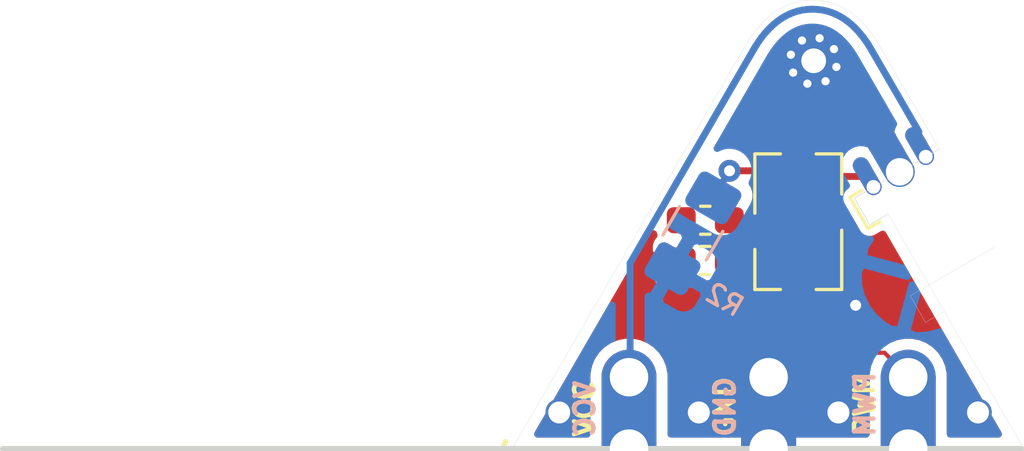
<source format=kicad_pcb>
(kicad_pcb (version 20171130) (host pcbnew 5.0.2+dfsg1-1~bpo9+1)

  (general
    (thickness 1)
    (drawings 59)
    (tracks 71)
    (zones 0)
    (modules 8)
    (nets 27)
  )

  (page User 148.488 105.004)
  (title_block
    (title Lulu_star)
    (date 2018-08-31)
    (rev 2.1.2)
    (company https://lulu.etextile.org/)
    (comment 1 "Programming light into textile.")
  )

  (layers
    (0 F.Cu jumper hide)
    (31 B.Cu signal hide)
    (32 B.Adhes user hide)
    (33 F.Adhes user hide)
    (34 B.Paste user hide)
    (35 F.Paste user hide)
    (36 B.SilkS user hide)
    (37 F.SilkS user hide)
    (38 B.Mask user hide)
    (39 F.Mask user hide)
    (40 Dwgs.User user hide)
    (41 Cmts.User user hide)
    (42 Eco1.User user hide)
    (43 Eco2.User user hide)
    (44 Edge.Cuts user)
    (45 Margin user hide)
    (46 B.CrtYd user hide)
    (47 F.CrtYd user hide)
    (48 B.Fab user hide)
    (49 F.Fab user hide)
  )

  (setup
    (last_trace_width 0.25)
    (trace_clearance 0.2)
    (zone_clearance 0.4)
    (zone_45_only yes)
    (trace_min 0.15)
    (segment_width 0.2)
    (edge_width 0.2)
    (via_size 0.8)
    (via_drill 0.4)
    (via_min_size 0.4)
    (via_min_drill 0.3)
    (uvia_size 0.3)
    (uvia_drill 0.1)
    (uvias_allowed no)
    (uvia_min_size 0.2)
    (uvia_min_drill 0.1)
    (pcb_text_width 0.3)
    (pcb_text_size 1.5 1.5)
    (mod_edge_width 0.15)
    (mod_text_size 1 1)
    (mod_text_width 0.15)
    (pad_size 3.5 3.5)
    (pad_drill 0)
    (pad_to_mask_clearance 0)
    (solder_mask_min_width 0.25)
    (aux_axis_origin 0 0)
    (grid_origin 60.54638 45.48792)
    (visible_elements FFFFFF7F)
    (pcbplotparams
      (layerselection 0x010fc_ffffffff)
      (usegerberextensions false)
      (usegerberattributes false)
      (usegerberadvancedattributes false)
      (creategerberjobfile false)
      (excludeedgelayer true)
      (linewidth 0.100000)
      (plotframeref false)
      (viasonmask false)
      (mode 1)
      (useauxorigin false)
      (hpglpennumber 1)
      (hpglpenspeed 20)
      (hpglpendiameter 15.000000)
      (psnegative false)
      (psa4output false)
      (plotreference true)
      (plotvalue true)
      (plotinvisibletext false)
      (padsonsilk false)
      (subtractmaskfromsilk false)
      (outputformat 1)
      (mirror false)
      (drillshape 0)
      (scaleselection 1)
      (outputdirectory "Lulu_star_213_GERBER/"))
  )

  (net 0 "")
  (net 1 "Net-(Q1-Pad2)")
  (net 2 GND)
  (net 3 "Net-(Q1-Pad1)")
  (net 4 /PWM)
  (net 5 "Net-(LED1-Pad1)")
  (net 6 +3V3)
  (net 7 "Net-(U1-Pad1)")
  (net 8 "Net-(U1-Pad2)")
  (net 9 "Net-(U1-Pad3)")
  (net 10 "Net-(U1-Pad4)")
  (net 11 "Net-(U1-Pad5)")
  (net 12 "Net-(U1-Pad6)")
  (net 13 "Net-(U1-Pad7)")
  (net 14 "Net-(U1-Pad21)")
  (net 15 "Net-(U1-Pad9)")
  (net 16 "Net-(U1-Pad10)")
  (net 17 "Net-(U1-Pad11)")
  (net 18 "Net-(U1-Pad12)")
  (net 19 "Net-(U1-Pad13)")
  (net 20 "Net-(U1-Pad14)")
  (net 21 "Net-(U1-Pad15)")
  (net 22 "Net-(U1-Pad16)")
  (net 23 "Net-(U1-Pad17)")
  (net 24 "Net-(U1-Pad18)")
  (net 25 "Net-(U1-Pad19)")
  (net 26 "Net-(U1-Pad20)")

  (net_class Default "This is the default net class."
    (clearance 0.2)
    (trace_width 0.25)
    (via_dia 0.8)
    (via_drill 0.4)
    (uvia_dia 0.3)
    (uvia_drill 0.1)
    (add_net GND)
    (add_net "Net-(Q1-Pad2)")
    (add_net "Net-(U1-Pad1)")
    (add_net "Net-(U1-Pad10)")
    (add_net "Net-(U1-Pad11)")
    (add_net "Net-(U1-Pad12)")
    (add_net "Net-(U1-Pad13)")
    (add_net "Net-(U1-Pad14)")
    (add_net "Net-(U1-Pad15)")
    (add_net "Net-(U1-Pad16)")
    (add_net "Net-(U1-Pad17)")
    (add_net "Net-(U1-Pad18)")
    (add_net "Net-(U1-Pad19)")
    (add_net "Net-(U1-Pad2)")
    (add_net "Net-(U1-Pad20)")
    (add_net "Net-(U1-Pad21)")
    (add_net "Net-(U1-Pad3)")
    (add_net "Net-(U1-Pad4)")
    (add_net "Net-(U1-Pad5)")
    (add_net "Net-(U1-Pad6)")
    (add_net "Net-(U1-Pad7)")
    (add_net "Net-(U1-Pad9)")
  )

  (net_class POWER ""
    (clearance 0.2)
    (trace_width 0.25)
    (via_dia 0.8)
    (via_drill 0.4)
    (uvia_dia 0.3)
    (uvia_drill 0.1)
    (add_net +3V3)
    (add_net "Net-(LED1-Pad1)")
  )

  (net_class SIG ""
    (clearance 0.2)
    (trace_width 0.15)
    (via_dia 0.8)
    (via_drill 0.4)
    (uvia_dia 0.3)
    (uvia_drill 0.1)
    (add_net /PWM)
    (add_net "Net-(Q1-Pad1)")
  )

  (module Package_DFN_QFN:QFN-20-1EP_4x4mm_P0.5mm_EP2.25x2.25mm (layer F.Cu) (tedit 5AAB4F93) (tstamp 5E567B4C)
    (at 84.455 34.925)
    (descr "20-Lead Plastic Quad Flat No-Lead Package, 4x4mm Body (see Atmel Appnote 8826)")
    (tags "QFN 0.5")
    (path /5E567FCD)
    (attr smd)
    (fp_text reference U1 (at 0 -3.375) (layer F.SilkS)
      (effects (font (size 1 1) (thickness 0.15)))
    )
    (fp_text value ATtiny85-20MU (at 0 3.375) (layer F.Fab)
      (effects (font (size 1 1) (thickness 0.15)))
    )
    (fp_text user %R (at 0 0) (layer F.Fab)
      (effects (font (size 1 1) (thickness 0.15)))
    )
    (fp_line (start -2.65 -2.65) (end -2.65 2.65) (layer F.CrtYd) (width 0.05))
    (fp_line (start -2.65 -2.65) (end 2.65 -2.65) (layer F.CrtYd) (width 0.05))
    (fp_line (start -2.65 2.65) (end 2.65 2.65) (layer F.CrtYd) (width 0.05))
    (fp_line (start 2.65 -2.65) (end 2.65 2.65) (layer F.CrtYd) (width 0.05))
    (fp_line (start -2 -1) (end -1 -2) (layer F.Fab) (width 0.1))
    (fp_line (start -2 2) (end -2 -1) (layer F.Fab) (width 0.1))
    (fp_line (start -1 -2) (end 2 -2) (layer F.Fab) (width 0.1))
    (fp_line (start 2 -2) (end 2 2) (layer F.Fab) (width 0.1))
    (fp_line (start 2 2) (end -2 2) (layer F.Fab) (width 0.1))
    (fp_line (start -2.12 -2.12) (end -1.45 -2.12) (layer F.SilkS) (width 0.12))
    (fp_line (start -2.12 2.12) (end -2.12 1.45) (layer F.SilkS) (width 0.12))
    (fp_line (start -2.12 2.12) (end -1.45 2.12) (layer F.SilkS) (width 0.12))
    (fp_line (start 2.12 -2.12) (end 1.45 -2.12) (layer F.SilkS) (width 0.12))
    (fp_line (start 2.12 -2.12) (end 2.12 -1.45) (layer F.SilkS) (width 0.12))
    (fp_line (start 2.12 2.12) (end 1.45 2.12) (layer F.SilkS) (width 0.12))
    (fp_line (start 2.12 2.12) (end 2.12 1.45) (layer F.SilkS) (width 0.12))
    (pad 1 smd oval (at -2 -1) (size 0.8 0.3) (layers F.Cu F.Paste F.Mask)
      (net 7 "Net-(U1-Pad1)"))
    (pad 2 smd oval (at -2 -0.5) (size 0.8 0.3) (layers F.Cu F.Paste F.Mask)
      (net 8 "Net-(U1-Pad2)"))
    (pad 3 smd oval (at -2 0) (size 0.8 0.3) (layers F.Cu F.Paste F.Mask)
      (net 9 "Net-(U1-Pad3)"))
    (pad 4 smd oval (at -2 0.5) (size 0.8 0.3) (layers F.Cu F.Paste F.Mask)
      (net 10 "Net-(U1-Pad4)"))
    (pad 5 smd oval (at -2 1) (size 0.8 0.3) (layers F.Cu F.Paste F.Mask)
      (net 11 "Net-(U1-Pad5)"))
    (pad 6 smd oval (at -1 2 90) (size 0.8 0.3) (layers F.Cu F.Paste F.Mask)
      (net 12 "Net-(U1-Pad6)"))
    (pad 7 smd oval (at -0.5 2 90) (size 0.8 0.3) (layers F.Cu F.Paste F.Mask)
      (net 13 "Net-(U1-Pad7)"))
    (pad 8 smd oval (at 0 2 90) (size 0.8 0.3) (layers F.Cu F.Paste F.Mask)
      (net 14 "Net-(U1-Pad21)"))
    (pad 9 smd oval (at 0.5 2 90) (size 0.8 0.3) (layers F.Cu F.Paste F.Mask)
      (net 15 "Net-(U1-Pad9)"))
    (pad 10 smd oval (at 1 2 90) (size 0.8 0.3) (layers F.Cu F.Paste F.Mask)
      (net 16 "Net-(U1-Pad10)"))
    (pad 11 smd oval (at 2 1) (size 0.8 0.3) (layers F.Cu F.Paste F.Mask)
      (net 17 "Net-(U1-Pad11)"))
    (pad 12 smd oval (at 2 0.5) (size 0.8 0.3) (layers F.Cu F.Paste F.Mask)
      (net 18 "Net-(U1-Pad12)"))
    (pad 13 smd oval (at 2 0) (size 0.8 0.3) (layers F.Cu F.Paste F.Mask)
      (net 19 "Net-(U1-Pad13)"))
    (pad 14 smd oval (at 2 -0.5) (size 0.8 0.3) (layers F.Cu F.Paste F.Mask)
      (net 20 "Net-(U1-Pad14)"))
    (pad 15 smd oval (at 2 -1) (size 0.8 0.3) (layers F.Cu F.Paste F.Mask)
      (net 21 "Net-(U1-Pad15)"))
    (pad 16 smd oval (at 1 -2 90) (size 0.8 0.3) (layers F.Cu F.Paste F.Mask)
      (net 22 "Net-(U1-Pad16)"))
    (pad 17 smd oval (at 0.5 -2 90) (size 0.8 0.3) (layers F.Cu F.Paste F.Mask)
      (net 23 "Net-(U1-Pad17)"))
    (pad 18 smd oval (at 0 -2 90) (size 0.8 0.3) (layers F.Cu F.Paste F.Mask)
      (net 24 "Net-(U1-Pad18)"))
    (pad 19 smd oval (at -0.5 -2 90) (size 0.8 0.3) (layers F.Cu F.Paste F.Mask)
      (net 25 "Net-(U1-Pad19)"))
    (pad 20 smd oval (at -1 -2 90) (size 0.8 0.3) (layers F.Cu F.Paste F.Mask)
      (net 26 "Net-(U1-Pad20)"))
    (pad 21 smd rect (at 0 0) (size 2.25 2.25) (layers F.Cu F.Mask)
      (net 14 "Net-(U1-Pad21)"))
    (pad "" smd rect (at -0.55 -0.55) (size 1 1) (layers F.Paste))
    (pad "" smd rect (at -0.55 0.55) (size 1 1) (layers F.Paste))
    (pad "" smd rect (at 0.55 -0.55) (size 1 1) (layers F.Paste))
    (pad "" smd rect (at 0.55 0.55) (size 1 1) (layers F.Paste))
    (model ${KISYS3DMOD}/Package_DFN_QFN.3dshapes/QFN-20-1EP_4x4mm_P0.5mm_EP2.25x2.25mm.wrl
      (at (xyz 0 0 0))
      (scale (xyz 1 1 1))
      (rotate (xyz 0 0 0))
    )
  )

  (module Resistor_SMD:R_1206_3216Metric_Pad1.42x1.75mm_HandSolder (layer B.Cu) (tedit 5BED5F9C) (tstamp 5B7F7813)
    (at 67.11696 37.63772 240)
    (descr "Resistor SMD 1206 (3216 Metric), square (rectangular) end terminal, IPC_7351 nominal with elongated pad for handsoldering. (Body size source: http://www.tortai-tech.com/upload/download/2011102023233369053.pdf), generated with kicad-footprint-generator")
    (tags "resistor handsolder")
    (path /5B7C8445)
    (attr smd)
    (fp_text reference R2 (at 1.516269 -2.209906 330) (layer B.SilkS)
      (effects (font (size 0.7 0.7) (thickness 0.12)) (justify mirror))
    )
    (fp_text value "2.7 Ohm" (at -0.68 2.52 240) (layer B.Fab)
      (effects (font (size 1 1) (thickness 0.15)) (justify mirror))
    )
    (fp_text user %R (at 0 0 240) (layer B.Fab)
      (effects (font (size 0.8 0.8) (thickness 0.12)) (justify mirror))
    )
    (fp_line (start 2.45 -1.119999) (end -2.45 -1.119999) (layer B.CrtYd) (width 0.05))
    (fp_line (start 2.45 1.119999) (end 2.45 -1.119999) (layer B.CrtYd) (width 0.05))
    (fp_line (start -2.45 1.119999) (end 2.45 1.119999) (layer B.CrtYd) (width 0.05))
    (fp_line (start -2.45 -1.119999) (end -2.45 1.119999) (layer B.CrtYd) (width 0.05))
    (fp_line (start -0.602064 -0.91) (end 0.602064 -0.91) (layer B.SilkS) (width 0.12))
    (fp_line (start -0.602064 0.91) (end 0.602064 0.91) (layer B.SilkS) (width 0.12))
    (fp_line (start 1.6 -0.8) (end -1.6 -0.8) (layer B.Fab) (width 0.1))
    (fp_line (start 1.6 0.8) (end 1.6 -0.8) (layer B.Fab) (width 0.1))
    (fp_line (start -1.6 0.8) (end 1.6 0.8) (layer B.Fab) (width 0.1))
    (fp_line (start -1.6 -0.8) (end -1.6 0.8) (layer B.Fab) (width 0.1))
    (pad 2 smd roundrect (at 1.4875 0 240) (size 1.425 1.75) (layers B.Cu B.Paste B.Mask) (roundrect_rratio 0.175)
      (net 2 GND) (zone_connect 1))
    (pad 1 smd roundrect (at -1.4875 0 240) (size 1.425 1.75) (layers B.Cu B.Paste B.Mask) (roundrect_rratio 0.175439)
      (net 1 "Net-(Q1-Pad2)"))
    (model ${KISYS3DMOD}/Resistor_SMD.3dshapes/R_1206_3216Metric.wrl
      (at (xyz 0 0 0))
      (scale (xyz 1 1 1))
      (rotate (xyz 0 0 0))
    )
  )

  (module Lulu_footprints:Lulu_plug_3_spaced (layer F.Cu) (tedit 5BEECFC5) (tstamp 5BEE91EC)
    (at 69.87286 44.1833)
    (descr www.etextile.org)
    (tags eTextile)
    (path /5B7D3F18)
    (zone_connect 0)
    (fp_text reference J1 (at 0 -2.921) (layer F.SilkS) hide
      (effects (font (size 1 1) (thickness 0.15)))
    )
    (fp_text value Conn_01x03_Female (at 0 3.175) (layer F.Fab) hide
      (effects (font (size 1 1) (thickness 0.15)))
    )
    (pad 3 smd roundrect (at 5.08 0) (size 2 4.6) (layers F.Cu F.Mask) (roundrect_rratio 0.5)
      (net 4 /PWM) (zone_connect 2))
    (pad 3 thru_hole circle (at 5.08 -1.3) (size 2 2) (drill 1.4) (layers *.Cu *.Mask)
      (net 4 /PWM) (zone_connect 2))
    (pad 3 thru_hole circle (at 5.08 1.3) (size 2 2) (drill 1.4) (layers *.Cu *.Mask)
      (net 4 /PWM) (zone_connect 2))
    (pad 2 thru_hole circle (at 0 -1.3) (size 2 2) (drill 1.4) (layers *.Cu *.Mask)
      (net 2 GND) (zone_connect 2))
    (pad 2 smd roundrect (at 0 0) (size 2 4.6) (layers F.Cu F.Mask) (roundrect_rratio 0.5)
      (net 2 GND) (zone_connect 2))
    (pad 2 thru_hole circle (at 0 1.3) (size 2 2) (drill 1.4) (layers *.Cu *.Mask)
      (net 2 GND) (zone_connect 2))
    (pad 1 smd roundrect (at -5.08 0) (size 2 4.6) (layers F.Cu F.Mask) (roundrect_rratio 0.5)
      (net 6 +3V3) (zone_connect 2))
    (pad 1 thru_hole circle (at -5.08 1.3) (size 2 2) (drill 1.4) (layers *.Cu *.Mask)
      (net 6 +3V3) (zone_connect 2))
    (pad 1 thru_hole circle (at -5.08 -1.3) (size 2 2) (drill 1.4) (layers *.Cu *.Mask)
      (net 6 +3V3) (zone_connect 2))
    (pad 3 smd roundrect (at 5.08 0) (size 2 4.6) (layers B.Cu B.Mask) (roundrect_rratio 0.5)
      (net 4 /PWM) (zone_connect 2))
    (pad 1 smd roundrect (at -5.08 0) (size 2 4.6) (layers B.Cu B.Mask) (roundrect_rratio 0.5)
      (net 6 +3V3) (zone_connect 2))
    (pad 2 smd roundrect (at 0 0) (size 2 4.6) (layers B.Cu B.Mask) (roundrect_rratio 0.5)
      (net 2 GND) (zone_connect 2))
  )

  (module Lulu_footprints:Lulu_side_LED (layer F.Cu) (tedit 5BF16F2D) (tstamp 5BF22591)
    (at 74.64 35.4 30)
    (descr "LED Cree-XP http://www.cree.com/~/media/Files/Cree/LED-Components-and-Modules/XLamp/Data-and-Binning/XLampXPE2.pdf")
    (tags "LED Cree XP")
    (path /5B7C84D4)
    (clearance 0.12)
    (attr smd)
    (fp_text reference LED1 (at 2.35166 2.831161 120) (layer F.SilkS) hide
      (effects (font (size 1 1) (thickness 0.15)))
    )
    (fp_text value LED_PAD (at 2.400901 -2.571716 -60) (layer F.Fab) hide
      (effects (font (size 1 1) (thickness 0.15)))
    )
    (fp_arc (start 0 0.6) (end -0.9 0.6) (angle -180) (layer F.Fab) (width 0.1))
    (fp_line (start -2.032 -0.1016) (end -1.524 -0.1016) (layer F.SilkS) (width 0.12))
    (fp_line (start -2.032 1.2192) (end -2.032 -0.1016) (layer F.SilkS) (width 0.12))
    (fp_line (start -1.524 1.2192) (end -2.032 1.2192) (layer F.SilkS) (width 0.12))
    (fp_line (start -1.523999 10.922) (end -1.524 -1.27) (layer F.CrtYd) (width 0.05))
    (fp_line (start 1.524 10.922) (end -1.523999 10.922) (layer F.CrtYd) (width 0.05))
    (fp_line (start 1.524 -1.27) (end 1.524 10.922) (layer F.CrtYd) (width 0.05))
    (fp_line (start -1.524 -1.27) (end 1.524 -1.27) (layer F.CrtYd) (width 0.05))
    (fp_poly (pts (xy -1.5 0) (xy 1.5 0) (xy 1.5 0.6) (xy -1.5 0.6)) (layer F.Fab) (width 0))
    (fp_poly (pts (xy -1.1 0.6) (xy 1.1 0.6) (xy 1.1 10.6) (xy -1.1 10.6)) (layer F.Fab) (width 0))
    (pad "" smd custom (at -0.685801 -5.065372 30) (size 2.48 2.48) (layers B.Cu B.Mask)
      (zone_connect 2)
      (options (clearance outline) (anchor circle))
      (primitives
        (gr_poly (pts
           (xy 1.244601 3.846172) (xy 1.244601 -0.014628) (xy 0.127001 -0.014628) (xy 0.127001 3.846172)) (width 0))
      ))
    (pad "" smd custom (at -0.685801 -5.065372 30) (size 2.48 2.48) (layers F.Cu F.Mask)
      (zone_connect 2)
      (options (clearance outline) (anchor circle))
      (primitives
        (gr_poly (pts
           (xy 1.244601 3.846172) (xy 1.244601 -0.014628) (xy 0.127001 -0.014628) (xy 0.127001 3.846172)) (width 0))
      ))
    (pad 3 thru_hole circle (at -1.5494 -5.065372 30) (size 0.4 0.4) (drill 0.3) (layers *.Cu)
      (net 2 GND))
    (pad 3 thru_hole circle (at -0.685801 -5.065372 120) (size 1 1) (drill 0.9) (layers *.Cu)
      (net 2 GND))
    (pad 2 thru_hole oval (at 1.1 0 30) (size 0.6 1.5) (drill 0.5 (offset 0 -0.45)) (layers *.Cu *.Mask)
      (net 6 +3V3) (zone_connect 0))
    (pad 1 thru_hole oval (at -1.1 0 30) (size 0.6 1.5) (drill 0.5 (offset 0 -0.45)) (layers *.Cu *.Mask)
      (net 5 "Net-(LED1-Pad1)") (zone_connect 0))
    (pad 3 thru_hole oval (at 0 0 30) (size 1.1 2.3) (drill 1 (offset 0 -0.6)) (layers *.Cu *.Mask)
      (net 2 GND) (zone_connect 2))
    (pad 3 thru_hole circle (at 0.1651 -5.065372 30) (size 0.4 0.4) (drill 0.3) (layers *.Cu)
      (net 2 GND))
    (pad 3 thru_hole circle (at -0.6858 -4.2037 30) (size 0.4 0.4) (drill 0.3) (layers *.Cu)
      (net 2 GND))
    (pad 3 thru_hole circle (at -0.6858 -5.9182 30) (size 0.4 0.4) (drill 0.3) (layers *.Cu)
      (net 2 GND))
    (pad 3 thru_hole circle (at -0.089111 -5.670244 75) (size 0.4 0.4) (drill 0.3) (layers *.Cu)
      (net 2 GND))
    (pad 3 thru_hole circle (at -1.301445 -4.45791 75) (size 0.4 0.4) (drill 0.3) (layers *.Cu)
      (net 2 GND))
    (pad 3 thru_hole circle (at -0.081493 -4.459272 75) (size 0.4 0.4) (drill 0.3) (layers *.Cu)
      (net 2 GND))
    (pad 3 thru_hole circle (at -1.293827 -5.671606 75) (size 0.4 0.4) (drill 0.3) (layers *.Cu)
      (net 2 GND))
    (model /home/chevrette/Bureau/Lulu/Hardware/kicad_Lulu_star/Lulu_star_212/packages3D/Lulu_LED_tube.wrl
      (at (xyz 0 0 0))
      (scale (xyz 1 1 1))
      (rotate (xyz 0 0 0))
    )
    (model ${KIPRJMOD}/packages3D/Lulu_LED_tube.wrl
      (at (xyz 0 0 0))
      (scale (xyz 1 1 1))
      (rotate (xyz 0 0 0))
    )
  )

  (module Resistor_SMD:R_0603_1608Metric_Pad1.05x0.95mm_HandSolder (layer F.Cu) (tedit 5BF27034) (tstamp 5B90CFCC)
    (at 67.56908 38.62832 180)
    (descr "Resistor SMD 0603 (1608 Metric), square (rectangular) end terminal, IPC_7351 nominal with elongated pad for handsoldering. (Body size source: http://www.tortai-tech.com/upload/download/2011102023233369053.pdf), generated with kicad-footprint-generator")
    (tags "resistor handsolder")
    (path /5B90D0C4)
    (attr smd)
    (fp_text reference R3 (at 0 -1.43 180) (layer F.SilkS) hide
      (effects (font (size 1 1) (thickness 0.15)))
    )
    (fp_text value "10 K" (at 4.83616 0.01524 180) (layer F.Fab)
      (effects (font (size 1 1) (thickness 0.15)))
    )
    (fp_line (start -0.8 0.4) (end -0.8 -0.4) (layer F.Fab) (width 0.1))
    (fp_line (start -0.8 -0.4) (end 0.8 -0.4) (layer F.Fab) (width 0.1))
    (fp_line (start 0.8 -0.4) (end 0.8 0.4) (layer F.Fab) (width 0.1))
    (fp_line (start 0.8 0.4) (end -0.8 0.4) (layer F.Fab) (width 0.1))
    (fp_line (start -0.171267 -0.51) (end 0.171267 -0.51) (layer F.SilkS) (width 0.12))
    (fp_line (start -0.171267 0.51) (end 0.171267 0.51) (layer F.SilkS) (width 0.12))
    (fp_line (start -1.65 0.73) (end -1.65 -0.73) (layer F.CrtYd) (width 0.05))
    (fp_line (start -1.65 -0.73) (end 1.65 -0.73) (layer F.CrtYd) (width 0.05))
    (fp_line (start 1.65 -0.73) (end 1.65 0.73) (layer F.CrtYd) (width 0.05))
    (fp_line (start 1.65 0.73) (end -1.65 0.73) (layer F.CrtYd) (width 0.05))
    (fp_text user %R (at -0.0635 0.0635 180) (layer F.Fab)
      (effects (font (size 0.4 0.4) (thickness 0.06)))
    )
    (pad 1 smd roundrect (at -0.875 0 180) (size 1.05 0.95) (layers F.Cu F.Paste F.Mask) (roundrect_rratio 0.25)
      (net 4 /PWM))
    (pad 2 smd roundrect (at 0.875 0 180) (size 1.05 0.95) (layers F.Cu F.Paste F.Mask) (roundrect_rratio 0.25)
      (net 2 GND) (zone_connect 1))
    (model ${KISYS3DMOD}/Resistor_SMD.3dshapes/R_0603_1608Metric.wrl
      (at (xyz 0 0 0))
      (scale (xyz 1 1 1))
      (rotate (xyz 0 0 0))
    )
  )

  (module Package_TO_SOT_SMD:SOT-23 (layer F.Cu) (tedit 5BD38C73) (tstamp 5B7F784E)
    (at 70.95236 38.92804 270)
    (descr "SOT-23, Standard")
    (tags SOT-23)
    (path /5B7C8DF6)
    (attr smd)
    (fp_text reference T1 (at 0 -2.5 270) (layer F.SilkS) hide
      (effects (font (size 1 1) (thickness 0.15)))
    )
    (fp_text value Q_NPN_BEC (at 0 2.5 270) (layer F.Fab) hide
      (effects (font (size 1 1) (thickness 0.15)))
    )
    (fp_text user %R (at 0 0) (layer F.Fab)
      (effects (font (size 0.5 0.5) (thickness 0.075)))
    )
    (fp_line (start -0.7 -0.95) (end -0.7 1.5) (layer F.Fab) (width 0.1))
    (fp_line (start -0.15 -1.52) (end 0.7 -1.52) (layer F.Fab) (width 0.1))
    (fp_line (start -0.7 -0.95) (end -0.15 -1.52) (layer F.Fab) (width 0.1))
    (fp_line (start 0.7 -1.52) (end 0.7 1.52) (layer F.Fab) (width 0.1))
    (fp_line (start -0.7 1.52) (end 0.7 1.52) (layer F.Fab) (width 0.1))
    (fp_line (start 0.76 1.58) (end 0.76 0.65) (layer F.SilkS) (width 0.12))
    (fp_line (start 0.76 -1.58) (end 0.76 -0.65) (layer F.SilkS) (width 0.12))
    (fp_line (start -1.7 -1.75) (end 1.7 -1.75) (layer F.CrtYd) (width 0.05))
    (fp_line (start 1.7 -1.75) (end 1.7 1.75) (layer F.CrtYd) (width 0.05))
    (fp_line (start 1.7 1.75) (end -1.7 1.75) (layer F.CrtYd) (width 0.05))
    (fp_line (start -1.7 1.75) (end -1.7 -1.75) (layer F.CrtYd) (width 0.05))
    (fp_line (start 0.76 -1.58) (end -1.4 -1.58) (layer F.SilkS) (width 0.12))
    (fp_line (start 0.76 1.58) (end -0.7 1.58) (layer F.SilkS) (width 0.12))
    (pad 1 smd rect (at -1 -0.95 270) (size 0.9 0.8) (layers F.Cu F.Paste F.Mask)
      (net 1 "Net-(Q1-Pad2)"))
    (pad 2 smd rect (at -1 0.95 270) (size 0.9 0.8) (layers F.Cu F.Paste F.Mask)
      (net 2 GND) (zone_connect 1))
    (pad 3 smd rect (at 1 0 270) (size 0.9 0.8) (layers F.Cu F.Paste F.Mask)
      (net 3 "Net-(Q1-Pad1)"))
    (model ${KISYS3DMOD}/Package_TO_SOT_SMD.3dshapes/SOT-23.wrl
      (at (xyz 0 0 0))
      (scale (xyz 1 1 1))
      (rotate (xyz 0 0 0))
    )
  )

  (module Package_TO_SOT_SMD:SOT-23 (layer F.Cu) (tedit 5A02FF57) (tstamp 5B7F7839)
    (at 70.95236 35.508519 90)
    (descr "SOT-23, Standard")
    (tags SOT-23)
    (path /5B7C8ADD)
    (attr smd)
    (fp_text reference Q1 (at -0.0254 2.4892 90) (layer F.SilkS) hide
      (effects (font (size 1 1) (thickness 0.15)))
    )
    (fp_text value Q_NMOS_GSD (at 0 2.5 90) (layer F.Fab) hide
      (effects (font (size 1 1) (thickness 0.15)))
    )
    (fp_line (start 0.76 1.58) (end -0.7 1.58) (layer F.SilkS) (width 0.12))
    (fp_line (start 0.76 -1.58) (end -1.4 -1.58) (layer F.SilkS) (width 0.12))
    (fp_line (start -1.7 1.75) (end -1.7 -1.75) (layer F.CrtYd) (width 0.05))
    (fp_line (start 1.7 1.75) (end -1.7 1.75) (layer F.CrtYd) (width 0.05))
    (fp_line (start 1.7 -1.75) (end 1.7 1.75) (layer F.CrtYd) (width 0.05))
    (fp_line (start -1.7 -1.75) (end 1.7 -1.75) (layer F.CrtYd) (width 0.05))
    (fp_line (start 0.76 -1.58) (end 0.76 -0.65) (layer F.SilkS) (width 0.12))
    (fp_line (start 0.76 1.58) (end 0.76 0.65) (layer F.SilkS) (width 0.12))
    (fp_line (start -0.7 1.52) (end 0.7 1.52) (layer F.Fab) (width 0.1))
    (fp_line (start 0.7 -1.52) (end 0.7 1.52) (layer F.Fab) (width 0.1))
    (fp_line (start -0.7 -0.95) (end -0.15 -1.52) (layer F.Fab) (width 0.1))
    (fp_line (start -0.15 -1.52) (end 0.7 -1.52) (layer F.Fab) (width 0.1))
    (fp_line (start -0.7 -0.95) (end -0.7 1.5) (layer F.Fab) (width 0.1))
    (fp_text user %R (at 0 0 180) (layer F.Fab)
      (effects (font (size 0.5 0.5) (thickness 0.075)))
    )
    (pad 3 smd rect (at 1 0 90) (size 0.9 0.8) (layers F.Cu F.Paste F.Mask)
      (net 5 "Net-(LED1-Pad1)"))
    (pad 2 smd rect (at -1 0.95 90) (size 0.9 0.8) (layers F.Cu F.Paste F.Mask)
      (net 1 "Net-(Q1-Pad2)"))
    (pad 1 smd rect (at -1 -0.95 90) (size 0.9 0.8) (layers F.Cu F.Paste F.Mask)
      (net 3 "Net-(Q1-Pad1)"))
    (model ${KISYS3DMOD}/Package_TO_SOT_SMD.3dshapes/SOT-23.wrl
      (at (xyz 0 0 0))
      (scale (xyz 1 1 1))
      (rotate (xyz 0 0 0))
    )
  )

  (module Resistor_SMD:R_0603_1608Metric_Pad1.05x0.95mm_HandSolder (layer F.Cu) (tedit 5BF27046) (tstamp 5B7F7824)
    (at 67.56908 37.16528 180)
    (descr "Resistor SMD 0603 (1608 Metric), square (rectangular) end terminal, IPC_7351 nominal with elongated pad for handsoldering. (Body size source: http://www.tortai-tech.com/upload/download/2011102023233369053.pdf), generated with kicad-footprint-generator")
    (tags "resistor handsolder")
    (path /5B7CC755)
    (attr smd)
    (fp_text reference R1 (at -0.47 1.422 180) (layer F.SilkS) hide
      (effects (font (size 1 1) (thickness 0.15)))
    )
    (fp_text value "47 K" (at 3.93192 0.03556 180) (layer F.Fab)
      (effects (font (size 1 1) (thickness 0.15)))
    )
    (fp_line (start -0.8 0.4) (end -0.8 -0.4) (layer F.Fab) (width 0.1))
    (fp_line (start -0.8 -0.4) (end 0.8 -0.4) (layer F.Fab) (width 0.1))
    (fp_line (start 0.8 -0.4) (end 0.8 0.4) (layer F.Fab) (width 0.1))
    (fp_line (start 0.8 0.4) (end -0.8 0.4) (layer F.Fab) (width 0.1))
    (fp_line (start -0.171267 -0.51) (end 0.171267 -0.51) (layer F.SilkS) (width 0.12))
    (fp_line (start -0.171267 0.51) (end 0.171267 0.51) (layer F.SilkS) (width 0.12))
    (fp_line (start -1.65 0.73) (end -1.65 -0.73) (layer F.CrtYd) (width 0.05))
    (fp_line (start -1.65 -0.73) (end 1.65 -0.73) (layer F.CrtYd) (width 0.05))
    (fp_line (start 1.65 -0.73) (end 1.65 0.73) (layer F.CrtYd) (width 0.05))
    (fp_line (start 1.65 0.73) (end -1.65 0.73) (layer F.CrtYd) (width 0.05))
    (fp_text user %R (at 0 0 180) (layer F.Fab)
      (effects (font (size 0.4 0.4) (thickness 0.06)))
    )
    (pad 1 smd roundrect (at -0.875 0 180) (size 1.05 0.95) (layers F.Cu F.Paste F.Mask) (roundrect_rratio 0.25)
      (net 3 "Net-(Q1-Pad1)"))
    (pad 2 smd roundrect (at 0.875 0 180) (size 1.05 0.95) (layers F.Cu F.Paste F.Mask) (roundrect_rratio 0.25)
      (net 4 /PWM))
    (model ${KISYS3DMOD}/Resistor_SMD.3dshapes/R_0603_1608Metric.wrl
      (at (xyz 0 0 0))
      (scale (xyz 1 1 1))
      (rotate (xyz 0 0 0))
    )
  )

  (gr_line (start 78.11948 38.12734) (end 75.02746 39.91266) (layer Edge.Cuts) (width 0.01) (tstamp 5E628AAF))
  (gr_line (start 75.02746 39.91266) (end 75.58224 40.88572) (layer Edge.Cuts) (width 0.01) (tstamp 5E628AAE))
  (gr_line (start 75.58224 40.88572) (end 76.25482 40.49706) (layer Edge.Cuts) (width 0.01) (tstamp 5E628AAD))
  (gr_line (start 76.08748 34.57134) (end 72.99546 36.35666) (layer Edge.Cuts) (width 0.01) (tstamp 5E628AA9))
  (gr_line (start 73.55024 37.32972) (end 74.22282 36.94106) (layer Edge.Cuts) (width 0.01) (tstamp 5E628AA8))
  (gr_line (start 72.99546 36.35666) (end 73.55024 37.32972) (layer Edge.Cuts) (width 0.01) (tstamp 5E628AA7))
  (gr_line (start 76.08748 34.57134) (end 72.99546 36.35666) (layer Edge.Cuts) (width 0.01) (tstamp 5E628AA3))
  (gr_line (start 73.55024 37.32972) (end 74.22282 36.94106) (layer Edge.Cuts) (width 0.01) (tstamp 5E628AA2))
  (gr_line (start 72.99546 36.35666) (end 73.55024 37.32972) (layer Edge.Cuts) (width 0.01) (tstamp 5E628AA1))
  (gr_line (start 42.00438 45.48792) (end 60.54638 45.48792) (layer Edge.Cuts) (width 0.2) (tstamp 5E628A76))
  (gr_line (start 60.54638 45.48792) (end 79.08838 45.48792) (layer Edge.Cuts) (width 0.2))
  (gr_line (start 60.29238 45.23392) (end 60.03838 45.99592) (layer F.SilkS) (width 0.2))
  (gr_text PWM (at 73.36538 43.86458 90) (layer F.SilkS) (tstamp 5BF345D2)
    (effects (font (size 0.7 0.7) (thickness 0.16)))
  )
  (gr_text VCC (at 63.17538 44.02458 90) (layer F.SilkS) (tstamp 5BF345D1)
    (effects (font (size 0.7 0.7) (thickness 0.16)))
  )
  (gr_text GND (at 68.28038 43.957914 90) (layer F.SilkS) (tstamp 5BF345D0)
    (effects (font (size 0.7 0.7) (thickness 0.16)))
  )
  (gr_line (start 69.8612 29.76223) (end 70.0072 29.64479) (layer Edge.Cuts) (width 0.01))
  (gr_line (start 73.07349 29.76103) (end 73.21174 29.88726) (layer Edge.Cuts) (width 0.01))
  (gr_line (start 72.92783 29.64359) (end 73.07349 29.76103) (layer Edge.Cuts) (width 0.01))
  (gr_line (start 71.68037 29.15572) (end 71.88352 29.18212) (layer Edge.Cuts) (width 0.01))
  (gr_line (start 71.05258 29.18212) (end 71.25573 29.15572) (layer Edge.Cuts) (width 0.01))
  (gr_line (start 70.16133 29.53682) (end 70.32285 29.43972) (layer Edge.Cuts) (width 0.01))
  (gr_line (start 70.67097 29.28272) (end 70.85753 29.22482) (layer Edge.Cuts) (width 0.01))
  (gr_line (start 70.32285 29.43972) (end 70.4925 29.35472) (layer Edge.Cuts) (width 0.01))
  (gr_line (start 72.26442 29.28272) (end 72.44252 29.35472) (layer Edge.Cuts) (width 0.01))
  (gr_line (start 71.25573 29.15572) (end 71.46805 29.14672) (layer Edge.Cuts) (width 0.01))
  (gr_line (start 76.08748 34.57134) (end 72.99546 36.35666) (layer Edge.Cuts) (width 0.01))
  (gr_line (start 73.55024 37.32972) (end 74.22282 36.94106) (layer Edge.Cuts) (width 0.01))
  (gr_line (start 72.77405 29.53602) (end 72.92783 29.64359) (layer Edge.Cuts) (width 0.01))
  (gr_line (start 70.0072 29.64479) (end 70.16133 29.53682) (layer Edge.Cuts) (width 0.01))
  (gr_line (start 69.59204 30.02214) (end 69.72294 29.88846) (layer Edge.Cuts) (width 0.01))
  (gr_line (start 70.4925 29.35472) (end 70.67097 29.28272) (layer Edge.Cuts) (width 0.01))
  (gr_line (start 73.68923 30.45687) (end 73.79013 30.61028) (layer Edge.Cuts) (width 0.01))
  (gr_line (start 72.07855 29.22482) (end 72.26442 29.28272) (layer Edge.Cuts) (width 0.01))
  (gr_line (start 70.85753 29.22482) (end 71.05258 29.18212) (layer Edge.Cuts) (width 0.01))
  (gr_line (start 72.61217 29.43932) (end 72.77405 29.53602) (layer Edge.Cuts) (width 0.01))
  (gr_line (start 73.58059 30.30697) (end 73.68923 30.45687) (layer Edge.Cuts) (width 0.01))
  (gr_line (start 73.34225 30.02094) (end 73.46528 30.16131) (layer Edge.Cuts) (width 0.01))
  (gr_line (start 73.88423 30.76582) (end 76.08748 34.57134) (layer Edge.Cuts) (width 0.01))
  (gr_line (start 73.46528 30.16131) (end 73.58059 30.30697) (layer Edge.Cuts) (width 0.01))
  (gr_line (start 72.44252 29.35472) (end 72.61217 29.43932) (layer Edge.Cuts) (width 0.01))
  (gr_line (start 72.99546 36.35666) (end 73.55024 37.32972) (layer Edge.Cuts) (width 0.01))
  (gr_line (start 60.54638 45.48792) (end 69.05008 30.76771) (layer Edge.Cuts) (width 0.01))
  (gr_line (start 69.05008 30.76771) (end 69.14388 30.61217) (layer Edge.Cuts) (width 0.01))
  (gr_line (start 79.1571 45.48792) (end 60.54638 45.48792) (layer Edge.Cuts) (width 0.01))
  (gr_line (start 69.14388 30.61217) (end 69.24506 30.45876) (layer Edge.Cuts) (width 0.01))
  (gr_line (start 69.24506 30.45876) (end 69.3533 30.30852) (layer Edge.Cuts) (width 0.01))
  (gr_line (start 74.22282 36.94106) (end 79.1571 45.48792) (layer Edge.Cuts) (width 0.01))
  (gr_line (start 69.3533 30.30852) (end 69.469 30.1625) (layer Edge.Cuts) (width 0.01))
  (gr_line (start 69.72294 29.88846) (end 69.8612 29.76223) (layer Edge.Cuts) (width 0.01))
  (gr_line (start 73.79013 30.61028) (end 73.88423 30.76582) (layer Edge.Cuts) (width 0.01))
  (gr_line (start 71.46805 29.14672) (end 71.68037 29.15572) (layer Edge.Cuts) (width 0.01))
  (gr_line (start 73.21174 29.88726) (end 73.34225 30.02094) (layer Edge.Cuts) (width 0.01))
  (gr_line (start 71.88352 29.18212) (end 72.07855 29.22482) (layer Edge.Cuts) (width 0.01))
  (gr_line (start 69.469 30.1625) (end 69.59204 30.02214) (layer Edge.Cuts) (width 0.01))
  (gr_text VCC (at 63.18808 44.03474 90) (layer B.SilkS) (tstamp 5BD1B52A)
    (effects (font (size 0.7 0.7) (thickness 0.16)) (justify mirror))
  )
  (gr_text PWM (at 73.37808 43.87474 90) (layer B.SilkS) (tstamp 5BD1B4CF)
    (effects (font (size 0.7 0.7) (thickness 0.16)) (justify mirror))
  )
  (gr_text GND (at 68.29308 43.968074 90) (layer B.SilkS) (tstamp 5B8DA57E)
    (effects (font (size 0.7 0.7) (thickness 0.16)) (justify mirror))
  )
  (gr_text V.213 (at 71.7042 36.6141 120) (layer B.Mask)
    (effects (font (size 0.9 0.9) (thickness 0.225)) (justify mirror))
  )
  (gr_text Lulu (at 70.90664 39.80688 120) (layer B.Mask)
    (effects (font (size 2 2) (thickness 0.4)) (justify mirror))
  )

  (segment (start 71.90236 36.508519) (end 71.90236 37.92804) (width 0.25) (layer F.Cu) (net 1))
  (segment (start 71.437362 36.508519) (end 71.90236 36.508519) (width 0.25) (layer F.Cu) (net 1))
  (via (at 68.45046 35.36442) (size 0.8) (drill 0.4) (layers F.Cu B.Cu) (net 1))
  (segment (start 68.45046 35.36442) (end 68.62064 35.19424) (width 0.25) (layer F.Cu) (net 1))
  (segment (start 68.45046 35.36442) (end 67.86071 36.349507) (width 0.25) (layer B.Cu) (net 1))
  (segment (start 70.293263 35.36442) (end 68.45046 35.36442) (width 0.25) (layer F.Cu) (net 1))
  (segment (start 71.437362 36.508519) (end 70.293263 35.36442) (width 0.25) (layer F.Cu) (net 1))
  (via (at 67.33286 44.1673) (size 1) (drill 0.8) (layers F.Cu B.Cu) (net 2))
  (via (at 77.49286 44.1673) (size 1) (drill 0.8) (layers F.Cu B.Cu) (net 2))
  (via (at 62.25286 44.1673) (size 1) (drill 0.8) (layers F.Cu B.Cu) (net 2))
  (via (at 72.41286 44.1673) (size 1) (drill 0.8) (layers F.Cu B.Cu) (net 2))
  (via (at 73.04024 40.26408) (size 0.8) (drill 0.4) (layers F.Cu B.Cu) (net 2))
  (segment (start 69.886706 36.508519) (end 70.00236 36.508519) (width 0.15) (layer F.Cu) (net 3))
  (segment (start 70.00236 36.508519) (end 70.00236 36.558519) (width 0.15) (layer F.Cu) (net 3))
  (segment (start 70.95236 39.32804) (end 70.95236 39.92804) (width 0.15) (layer F.Cu) (net 3))
  (segment (start 70.95236 36.908519) (end 70.95236 39.32804) (width 0.15) (layer F.Cu) (net 3))
  (segment (start 70.00236 36.508519) (end 70.55236 36.508519) (width 0.15) (layer F.Cu) (net 3))
  (segment (start 70.55236 36.508519) (end 70.95236 36.908519) (width 0.15) (layer F.Cu) (net 3))
  (segment (start 69.345599 37.16528) (end 70.00236 36.508519) (width 0.15) (layer F.Cu) (net 3))
  (segment (start 68.44408 37.16528) (end 69.345599 37.16528) (width 0.15) (layer F.Cu) (net 3))
  (segment (start 66.69408 37.16528) (end 67.42306 37.89426) (width 0.15) (layer F.Cu) (net 4))
  (segment (start 67.71002 37.89426) (end 68.44408 38.62832) (width 0.15) (layer F.Cu) (net 4))
  (segment (start 67.42306 37.89426) (end 67.71002 37.89426) (width 0.15) (layer F.Cu) (net 4))
  (segment (start 68.44408 40.26024) (end 68.44408 38.62832) (width 0.15) (layer F.Cu) (net 4))
  (segment (start 70.57898 41.56964) (end 69.75348 41.56964) (width 0.15) (layer F.Cu) (net 4))
  (segment (start 71.00062 41.99128) (end 70.57898 41.56964) (width 0.15) (layer F.Cu) (net 4))
  (segment (start 74.9935 42.896) (end 74.08878 41.99128) (width 0.15) (layer F.Cu) (net 4))
  (segment (start 69.75348 41.56964) (end 68.44408 40.26024) (width 0.15) (layer F.Cu) (net 4))
  (segment (start 74.08878 41.99128) (end 71.00062 41.99128) (width 0.15) (layer F.Cu) (net 4))
  (segment (start 71.45258 35.57) (end 73.43 35.57) (width 0.25) (layer F.Cu) (net 5))
  (segment (start 70.95236 34.508519) (end 70.95236 35.06978) (width 0.25) (layer F.Cu) (net 5))
  (segment (start 70.95236 35.06978) (end 71.45258 35.57) (width 0.25) (layer F.Cu) (net 5))
  (segment (start 65.398 43.758) (end 65.398 42.488) (width 0.25) (layer F.Cu) (net 6))
  (segment (start 70.205505 29.9088) (end 70.341245 29.813712) (width 0.25) (layer B.Cu) (net 6))
  (segment (start 70.341245 29.813712) (end 70.482004 29.729093) (width 0.25) (layer B.Cu) (net 6))
  (segment (start 70.08 30.01) (end 70.08 30.009754) (width 0.25) (layer B.Cu) (net 6))
  (segment (start 70.62838 29.655754) (end 70.642645 29.65) (width 0.25) (layer B.Cu) (net 6))
  (segment (start 70.482004 29.729093) (end 70.62838 29.655754) (width 0.25) (layer B.Cu) (net 6))
  (segment (start 70.08 30.009754) (end 70.205505 29.9088) (width 0.25) (layer B.Cu) (net 6))
  (segment (start 73.600221 30.933911) (end 75.34063 33.94) (width 0.25) (layer B.Cu) (net 6))
  (segment (start 73.317491 30.506305) (end 73.417635 30.644482) (width 0.25) (layer B.Cu) (net 6))
  (segment (start 73.099912 30.245121) (end 73.211663 30.372621) (width 0.25) (layer B.Cu) (net 6))
  (segment (start 72.982233 30.124584) (end 73.099912 30.245121) (width 0.25) (layer B.Cu) (net 6))
  (segment (start 73.417635 30.644482) (end 73.510978 30.786401) (width 0.25) (layer B.Cu) (net 6))
  (segment (start 71.284049 29.484824) (end 71.46805 29.477026) (width 0.25) (layer B.Cu) (net 6))
  (segment (start 71.826868 29.507543) (end 71.994029 29.544141) (width 0.25) (layer B.Cu) (net 6))
  (segment (start 71.109236 29.507541) (end 71.284049 29.484824) (width 0.25) (layer B.Cu) (net 6))
  (segment (start 70.941877 29.544179) (end 71.109236 29.507541) (width 0.25) (layer B.Cu) (net 6))
  (segment (start 70.781806 29.593858) (end 70.941877 29.544179) (width 0.25) (layer B.Cu) (net 6))
  (segment (start 70.65 29.65) (end 70.654974 29.645026) (width 0.25) (layer B.Cu) (net 6))
  (segment (start 73.211663 30.372621) (end 73.317491 30.506305) (width 0.25) (layer B.Cu) (net 6))
  (segment (start 70.654974 29.645026) (end 70.781806 29.593858) (width 0.25) (layer B.Cu) (net 6))
  (segment (start 72.729458 29.907562) (end 72.85845 30.011563) (width 0.25) (layer B.Cu) (net 6))
  (segment (start 73.510978 30.786401) (end 73.600221 30.933911) (width 0.25) (layer B.Cu) (net 6))
  (segment (start 71.46805 29.477026) (end 71.652057 29.484826) (width 0.25) (layer B.Cu) (net 6))
  (segment (start 71.652057 29.484826) (end 71.826868 29.507543) (width 0.25) (layer B.Cu) (net 6))
  (segment (start 71.994029 29.544141) (end 72.153305 29.593757) (width 0.25) (layer B.Cu) (net 6))
  (segment (start 72.453688 29.729056) (end 72.594625 29.813246) (width 0.25) (layer B.Cu) (net 6))
  (segment (start 72.153305 29.593757) (end 72.306835 29.655824) (width 0.25) (layer B.Cu) (net 6))
  (segment (start 72.306835 29.655824) (end 72.453688 29.729056) (width 0.25) (layer B.Cu) (net 6))
  (segment (start 72.594625 29.813246) (end 72.729458 29.907562) (width 0.25) (layer B.Cu) (net 6))
  (segment (start 72.85845 30.011563) (end 72.982233 30.124584) (width 0.25) (layer B.Cu) (net 6))
  (segment (start 64.8335 38.72649) (end 69.334295 30.935453) (width 0.25) (layer B.Cu) (net 6))
  (segment (start 64.8335 44.196) (end 64.8335 38.72649) (width 0.25) (layer B.Cu) (net 6))
  (segment (start 69.423032 30.788308) (end 69.516796 30.646142) (width 0.25) (layer B.Cu) (net 6))
  (segment (start 69.516796 30.646142) (end 69.616639 30.507557) (width 0.25) (layer B.Cu) (net 6))
  (segment (start 69.952266 30.125949) (end 70.076089 30.0129) (width 0.25) (layer B.Cu) (net 6))
  (segment (start 69.334295 30.935453) (end 69.423032 30.788308) (width 0.25) (layer B.Cu) (net 6))
  (segment (start 69.616639 30.507557) (end 69.722563 30.373875) (width 0.25) (layer B.Cu) (net 6))
  (segment (start 69.722563 30.373875) (end 69.834202 30.24652) (width 0.25) (layer B.Cu) (net 6))
  (segment (start 69.834202 30.24652) (end 69.952266 30.125949) (width 0.25) (layer B.Cu) (net 6))

  (zone (net 2) (net_name GND) (layer F.Cu) (tstamp 5BF2B746) (hatch none 0.508)
    (connect_pads yes (clearance 0.4))
    (min_thickness 0.254)
    (fill yes (arc_segments 32) (thermal_gap 0.508) (thermal_bridge_width 0.508) (smoothing fillet))
    (polygon
      (pts
        (xy 79.375 45.72) (xy 79.375 28.57246) (xy 60.325 28.57246) (xy 60.325 45.72)
      )
    )
    (filled_polygon
      (pts
        (xy 73.075906 37.571868) (xy 73.087389 37.597185) (xy 73.116911 37.638349) (xy 73.146419 37.680003) (xy 73.147559 37.681082)
        (xy 73.148463 37.682343) (xy 73.185461 37.716969) (xy 73.222516 37.752054) (xy 73.223838 37.752886) (xy 73.224976 37.753951)
        (xy 73.26813 37.780763) (xy 73.311206 37.807874) (xy 73.312664 37.808432) (xy 73.313989 37.809255) (xy 73.361569 37.827142)
        (xy 73.409082 37.84532) (xy 73.410621 37.845583) (xy 73.412082 37.846132) (xy 73.462268 37.854397) (xy 73.512384 37.862951)
        (xy 73.513944 37.862908) (xy 73.515484 37.863162) (xy 73.566281 37.86148) (xy 73.617139 37.860091) (xy 73.618662 37.859745)
        (xy 73.620219 37.859693) (xy 73.669708 37.848134) (xy 73.719324 37.836848) (xy 73.720748 37.836212) (xy 73.722268 37.835857)
        (xy 73.76863 37.81483) (xy 73.815011 37.794117) (xy 73.837699 37.778045) (xy 74.028187 37.667968) (xy 78.235672 44.95592)
        (xy 76.48241 44.95592) (xy 76.48241 42.8833) (xy 76.47986 42.85741) (xy 76.47986 42.732904) (xy 76.45557 42.610786)
        (xy 76.45302 42.5849) (xy 76.44547 42.560011) (xy 76.421179 42.43789) (xy 76.37353 42.322855) (xy 76.36598 42.297967)
        (xy 76.353719 42.275028) (xy 76.30607 42.159994) (xy 76.236898 42.05647) (xy 76.224635 42.033528) (xy 76.208133 42.01342)
        (xy 76.138959 41.909894) (xy 76.05091 41.821845) (xy 76.034415 41.801746) (xy 76.014316 41.785251) (xy 75.926266 41.697201)
        (xy 75.822739 41.628027) (xy 75.802633 41.611526) (xy 75.779693 41.599264) (xy 75.676166 41.53009) (xy 75.561128 41.482439)
        (xy 75.538194 41.470181) (xy 75.513311 41.462633) (xy 75.39827 41.414981) (xy 75.276143 41.390689) (xy 75.251261 41.383141)
        (xy 75.225383 41.380592) (xy 75.103256 41.3563) (xy 74.978741 41.3563) (xy 74.952861 41.353751) (xy 74.952859 41.353751)
        (xy 74.926979 41.3563) (xy 74.802464 41.3563) (xy 74.680337 41.380592) (xy 74.654459 41.383141) (xy 74.629577 41.390689)
        (xy 74.50745 41.414981) (xy 74.392409 41.462633) (xy 74.382455 41.465652) (xy 74.32027 41.432414) (xy 74.206792 41.397991)
        (xy 74.118346 41.38928) (xy 74.118336 41.38928) (xy 74.08878 41.386369) (xy 74.059224 41.38928) (xy 71.249976 41.38928)
        (xy 71.025568 41.164873) (xy 71.006717 41.141903) (xy 70.915051 41.066674) (xy 70.81047 41.010774) (xy 70.696992 40.976351)
        (xy 70.608546 40.96764) (xy 70.608536 40.96764) (xy 70.57898 40.964729) (xy 70.549424 40.96764) (xy 70.002837 40.96764)
        (xy 69.04608 40.010885) (xy 69.04608 39.563276) (xy 69.15773 39.503598) (xy 69.273966 39.408206) (xy 69.369358 39.29197)
        (xy 69.440241 39.159357) (xy 69.48389 39.015464) (xy 69.485199 39.002175) (xy 69.539818 39.01304) (xy 69.71661 39.01304)
        (xy 69.87536 38.85429) (xy 69.87536 38.05504) (xy 69.85536 38.05504) (xy 69.85536 37.80104) (xy 69.87536 37.80104)
        (xy 69.87536 37.78104) (xy 70.12936 37.78104) (xy 70.12936 37.80104) (xy 70.14936 37.80104) (xy 70.14936 38.05504)
        (xy 70.12936 38.05504) (xy 70.12936 38.85429) (xy 70.28811 39.01304) (xy 70.304361 39.01304) (xy 70.258158 39.037736)
        (xy 70.177912 39.103592) (xy 70.112056 39.183838) (xy 70.063121 39.27539) (xy 70.032986 39.37473) (xy 70.022811 39.47804)
        (xy 70.022811 40.37804) (xy 70.032986 40.48135) (xy 70.063121 40.58069) (xy 70.112056 40.672242) (xy 70.177912 40.752488)
        (xy 70.258158 40.818344) (xy 70.34971 40.867279) (xy 70.44905 40.897414) (xy 70.55236 40.907589) (xy 71.35236 40.907589)
        (xy 71.45567 40.897414) (xy 71.55501 40.867279) (xy 71.646562 40.818344) (xy 71.726808 40.752488) (xy 71.792664 40.672242)
        (xy 71.841599 40.58069) (xy 71.871734 40.48135) (xy 71.881909 40.37804) (xy 71.881909 39.47804) (xy 71.871734 39.37473)
        (xy 71.841599 39.27539) (xy 71.792664 39.183838) (xy 71.726808 39.103592) (xy 71.646562 39.037736) (xy 71.55501 38.988801)
        (xy 71.55436 38.988604) (xy 71.55436 38.907589) (xy 72.30236 38.907589) (xy 72.40567 38.897414) (xy 72.50501 38.867279)
        (xy 72.596562 38.818344) (xy 72.676808 38.752488) (xy 72.742664 38.672242) (xy 72.791599 38.58069) (xy 72.821734 38.48135)
        (xy 72.831909 38.37804) (xy 72.831909 37.47804) (xy 72.821734 37.37473) (xy 72.791599 37.27539) (xy 72.761073 37.21828)
        (xy 72.791599 37.161169) (xy 72.809016 37.103754)
      )
    )
    (filled_polygon
      (pts
        (xy 65.697919 37.696317) (xy 65.708417 37.715957) (xy 65.675843 37.748531) (xy 65.60635 37.852535) (xy 65.558483 37.968097)
        (xy 65.53408 38.090778) (xy 65.53408 38.34257) (xy 65.69283 38.50132) (xy 66.56708 38.50132) (xy 66.56708 38.48132)
        (xy 66.82108 38.48132) (xy 66.82108 38.50132) (xy 66.84108 38.50132) (xy 66.84108 38.75532) (xy 66.82108 38.75532)
        (xy 66.82108 39.57957) (xy 66.97983 39.73832) (xy 67.281622 39.73832) (xy 67.404303 39.713917) (xy 67.519865 39.66605)
        (xy 67.623869 39.596557) (xy 67.712317 39.508109) (xy 67.720678 39.495595) (xy 67.73043 39.503598) (xy 67.84208 39.563276)
        (xy 67.84208 40.230683) (xy 67.839169 40.26024) (xy 67.84208 40.289796) (xy 67.84208 40.289805) (xy 67.850791 40.378251)
        (xy 67.885214 40.491729) (xy 67.941114 40.59631) (xy 68.016343 40.687977) (xy 68.039314 40.706829) (xy 69.3069 41.974417)
        (xy 69.325743 41.997377) (xy 69.348703 42.01622) (xy 69.348707 42.016224) (xy 69.404396 42.061926) (xy 69.417409 42.072606)
        (xy 69.52199 42.128506) (xy 69.635468 42.162929) (xy 69.723914 42.17164) (xy 69.723923 42.17164) (xy 69.753479 42.174551)
        (xy 69.783036 42.17164) (xy 70.329625 42.17164) (xy 70.554035 42.396051) (xy 70.572883 42.419017) (xy 70.664549 42.494246)
        (xy 70.76913 42.550146) (xy 70.882608 42.584569) (xy 70.971054 42.59328) (xy 70.971063 42.59328) (xy 71.000619 42.596191)
        (xy 71.030176 42.59328) (xy 73.451875 42.59328) (xy 73.45015 42.610786) (xy 73.42586 42.732904) (xy 73.42586 42.85741)
        (xy 73.42331 42.8833) (xy 73.42331 44.95592) (xy 66.32241 44.95592) (xy 66.32241 42.8833) (xy 66.31986 42.85741)
        (xy 66.31986 42.732904) (xy 66.29557 42.610786) (xy 66.29302 42.5849) (xy 66.28547 42.560011) (xy 66.261179 42.43789)
        (xy 66.21353 42.322855) (xy 66.20598 42.297967) (xy 66.193719 42.275028) (xy 66.14607 42.159994) (xy 66.076898 42.05647)
        (xy 66.064635 42.033528) (xy 66.048133 42.01342) (xy 65.978959 41.909894) (xy 65.89091 41.821845) (xy 65.874415 41.801746)
        (xy 65.854316 41.785251) (xy 65.766266 41.697201) (xy 65.662739 41.628027) (xy 65.642633 41.611526) (xy 65.619693 41.599264)
        (xy 65.516166 41.53009) (xy 65.401128 41.482439) (xy 65.378194 41.470181) (xy 65.353311 41.462633) (xy 65.23827 41.414981)
        (xy 65.116143 41.390689) (xy 65.091261 41.383141) (xy 65.065383 41.380592) (xy 64.943256 41.3563) (xy 64.818741 41.3563)
        (xy 64.792861 41.353751) (xy 64.792859 41.353751) (xy 64.766979 41.3563) (xy 64.642464 41.3563) (xy 64.520337 41.380592)
        (xy 64.494459 41.383141) (xy 64.469577 41.390689) (xy 64.34745 41.414981) (xy 64.232409 41.462633) (xy 64.207526 41.470181)
        (xy 64.184592 41.482439) (xy 64.069554 41.53009) (xy 63.966027 41.599264) (xy 63.943087 41.611526) (xy 63.922981 41.628027)
        (xy 63.819454 41.697201) (xy 63.731404 41.785251) (xy 63.711305 41.801746) (xy 63.69481 41.821845) (xy 63.606761 41.909894)
        (xy 63.537587 42.01342) (xy 63.521085 42.033528) (xy 63.508822 42.05647) (xy 63.43965 42.159994) (xy 63.392001 42.275028)
        (xy 63.37974 42.297967) (xy 63.37219 42.322855) (xy 63.324541 42.43789) (xy 63.30025 42.560011) (xy 63.2927 42.5849)
        (xy 63.29015 42.610786) (xy 63.26586 42.732904) (xy 63.26586 42.85741) (xy 63.26331 42.8833) (xy 63.26331 44.95592)
        (xy 61.4681 44.95592) (xy 64.958409 38.91407) (xy 65.53408 38.91407) (xy 65.53408 39.165862) (xy 65.558483 39.288543)
        (xy 65.60635 39.404105) (xy 65.675843 39.508109) (xy 65.764291 39.596557) (xy 65.868295 39.66605) (xy 65.983857 39.713917)
        (xy 66.106538 39.73832) (xy 66.40833 39.73832) (xy 66.56708 39.57957) (xy 66.56708 38.75532) (xy 65.69283 38.75532)
        (xy 65.53408 38.91407) (xy 64.958409 38.91407) (xy 65.685515 37.655425)
      )
    )
    (filled_polygon
      (pts
        (xy 74.613499 34.808098) (xy 74.140657 35.081115) (xy 74.058749 34.939247) (xy 74.531601 34.666245)
      )
    )
    (fill_segments
      (pts (xy 72.18024 30.498635) (xy 72.18024 30.498635))
      (pts (xy 71.257434 30.739935) (xy 73.102986 30.739935))
      (pts (xy 70.912421 30.981235) (xy 71.806258 30.981235))
      (pts (xy 72.465947 30.981235) (xy 73.447822 30.981235))
      (pts (xy 70.663669 31.222535) (xy 71.266229 31.222535))
      (pts (xy 73.014249 31.222535) (xy 73.696416 31.222535))
      (pts (xy 70.465388 31.463835) (xy 71.001411 31.463835))
      (pts (xy 73.280888 31.463835) (xy 73.894546 31.463835))
      (pts (xy 70.300147 31.705135) (xy 70.829238 31.705135))
      (pts (xy 73.465783 31.705135) (xy 74.059691 31.705135))
      (pts (xy 70.157386 31.946435) (xy 70.715837 31.946435))
      (pts (xy 73.60566 31.946435) (xy 74.202554 31.946435))
      (pts (xy 70.017992 32.187735) (xy 70.650809 32.187735))
      (pts (xy 73.745537 32.187735) (xy 74.342186 32.187735))
      (pts (xy 69.878592 32.429035) (xy 70.629815 32.429035))
      (pts (xy 73.885413 32.429035) (xy 74.481809 32.429035))
      (pts (xy 69.739189 32.670335) (xy 70.645502 32.670335))
      (pts (xy 74.02529 32.670335) (xy 74.621432 32.670335))
      (pts (xy 69.599796 32.911635) (xy 70.699244 32.911635))
      (pts (xy 74.165167 32.911635) (xy 74.761063 32.911635))
      (pts (xy 69.460402 33.152935) (xy 70.79663 33.152935))
      (pts (xy 74.305043 33.152935) (xy 74.900688 33.152935))
      (pts (xy 69.321009 33.394235) (xy 70.732739 33.394235))
      (pts (xy 74.44492 33.394235) (xy 75.040307 33.394235))
      (pts (xy 69.18161 33.635535) (xy 69.414703 33.635535))
      (pts (xy 70.495298 33.635535) (xy 70.579445 33.635535))
      (pts (xy 74.584797 33.635535) (xy 74.756262 33.635535))
      (pts (xy 69.042207 33.876835) (xy 69.195343 33.876835))
      (pts (xy 68.902811 34.118135) (xy 69.15166 34.118135))
      (pts (xy 68.763417 34.359435) (xy 69.15166 34.359435))
      (pts (xy 68.624022 34.600735) (xy 69.155918 34.600735))
      (pts (xy 68.484628 34.842035) (xy 69.237499 34.842035))
      (pts (xy 68.345234 35.083335) (xy 69.456236 35.083335))
      (pts (xy 68.205836 35.324635) (xy 69.207209 35.324635))
      (pts (xy 68.066432 35.565935) (xy 68.756263 35.565935))
      (pts (xy 67.927037 35.807235) (xy 68.073669 35.807235))
      (pts (xy 67.787644 36.048535) (xy 67.850575 36.048535))
      (pts (xy 67.64825 36.289835) (xy 67.775683 36.289835))
      (pts (xy 67.508854 36.531135) (xy 67.791787 36.531135))
      (pts (xy 67.369451 36.772435) (xy 67.904677 36.772435))
      (pts (xy 67.230053 37.013735) (xy 68.235025 37.013735))
      (pts (xy 68.664974 37.013735) (xy 68.990485 37.013735))
      (pts (xy 67.09066 37.255035) (xy 69.987 37.255035))
      (pts (xy 66.951266 37.496335) (xy 67.342533 37.496335))
      (pts (xy 68.337468 37.496335) (xy 68.963 37.496335))
      (pts (xy 66.81187 37.737635) (xy 67.114848 37.737635))
      (pts (xy 68.565153 37.737635) (xy 68.978033 37.737635))
      (pts (xy 66.672467 37.978935) (xy 67.11166 37.978935))
      (pts (xy 66.533069 38.220235) (xy 67.11166 38.220235))
      (pts (xy 66.393675 38.461535) (xy 67.11166 38.461535))
      (pts (xy 66.254282 38.702835) (xy 67.146915 38.702835))
      (pts (xy 68.533084 38.702835) (xy 69.113351 38.702835))
      (pts (xy 66.114887 38.944135) (xy 69.11166 38.944135))
      (pts (xy 65.975485 39.185435) (xy 69.11166 39.185435))
      (pts (xy 65.836085 39.426735) (xy 69.11166 39.426735))
      (pts (xy 65.69669 39.668035) (xy 69.15504 39.668035))
      (pts (xy 70.524959 39.668035) (xy 70.57104 39.668035))
      (pts (xy 65.557296 39.909335) (xy 72.120321 39.909335))
      (pts (xy 65.417903 40.150635) (xy 72.361621 40.150635))
      (pts (xy 65.278502 40.391935) (xy 72.602921 40.391935))
      (pts (xy 65.139099 40.633235) (xy 72.844221 40.633235))
      (pts (xy 64.999705 40.874535) (xy 73.085521 40.874535))
      (pts (xy 64.860312 41.115835) (xy 73.326821 41.115835))
      (pts (xy 64.720918 41.357135) (xy 73.568121 41.357135))
      (pts (xy 64.581524 41.598435) (xy 64.727783 41.598435))
      (pts (xy 66.068218 41.598435) (xy 67.267783 41.598435))
      (pts (xy 68.608218 41.598435) (xy 73.809421 41.598435))
      (pts (xy 64.44213 41.839735) (xy 64.493767 41.839735))
      (pts (xy 66.302234 41.839735) (xy 67.033767 41.839735))
      (pts (xy 68.842234 41.839735) (xy 74.050721 41.839735))
      (pts (xy 64.302729 42.081035) (xy 64.362952 42.081035))
      (pts (xy 66.433049 42.081035) (xy 66.902952 42.081035))
      (pts (xy 68.973049 42.081035) (xy 74.292021 42.081035))
      (pts (xy 75.429048 42.081035) (xy 76.82036 42.081035))
      (pts (xy 64.163328 42.322335) (xy 64.297168 42.322335))
      (pts (xy 66.498833 42.322335) (xy 66.837168 42.322335))
      (pts (xy 69.038833 42.322335) (xy 72.041913 42.322335))
      (pts (xy 72.9855 42.322335) (xy 73.2395 42.322335))
      (pts (xy 74.183088 42.322335) (xy 74.533321 42.322335))
      (pts (xy 76.762399 42.322335) (xy 76.959853 42.322335))
      (pts (xy 64.023933 42.563635) (xy 64.282159 42.563635))
      (pts (xy 66.513841 42.563635) (xy 66.822159 42.563635))
      (pts (xy 69.053841 42.563635) (xy 71.973 42.563635))
      (pts (xy 72.9855 42.563635) (xy 73.2395 42.563635))
      (pts (xy 74.252 42.563635) (xy 74.774621 42.563635))
      (pts (xy 77.017182 42.563635) (xy 77.099345 42.563635))
      (pts (xy 63.884539 42.804935) (xy 64.282159 42.804935))
      (pts (xy 66.513841 42.804935) (xy 66.822159 42.804935))
      (pts (xy 69.053841 42.804935) (xy 71.973 42.804935))
      (pts (xy 72.9855 42.804935) (xy 73.2395 42.804935))
      (pts (xy 74.252 42.804935) (xy 75.015922 42.804935))
      (pts (xy 77.078334 42.804935) (xy 77.238838 42.804935))
      (pts (xy 63.745146 43.046235) (xy 64.282159 43.046235))
      (pts (xy 66.513841 43.046235) (xy 66.822159 43.046235))
      (pts (xy 69.053841 43.046235) (xy 71.973 43.046235))
      (pts (xy 72.9855 43.046235) (xy 73.2395 43.046235))
      (pts (xy 74.252 43.046235) (xy 75.09666 43.046235))
      (pts (xy 77.07834 43.046235) (xy 77.378319 43.046235))
      (pts (xy 63.605747 43.287535) (xy 64.282159 43.287535))
      (pts (xy 66.513841 43.287535) (xy 66.822159 43.287535))
      (pts (xy 69.053841 43.287535) (xy 72.064285 43.287535))
      (pts (xy 72.9855 43.287535) (xy 73.2395 43.287535))
      (pts (xy 74.160715 43.287535) (xy 75.09666 43.287535))
      (pts (xy 77.07834 43.287535) (xy 77.517807 43.287535))
      (pts (xy 63.466344 43.528835) (xy 64.282159 43.528835))
      (pts (xy 66.513841 43.528835) (xy 66.822159 43.528835))
      (pts (xy 69.053841 43.528835) (xy 75.09666 43.528835))
      (pts (xy 77.07834 43.528835) (xy 77.657299 43.528835))
      (pts (xy 63.326949 43.770135) (xy 64.282159 43.770135))
      (pts (xy 66.513841 43.770135) (xy 66.822159 43.770135))
      (pts (xy 69.053841 43.770135) (xy 71.973 43.770135))
      (pts (xy 72.9855 43.770135) (xy 73.2395 43.770135))
      (pts (xy 74.252 43.770135) (xy 75.09666 43.770135))
      (pts (xy 77.07834 43.770135) (xy 77.796792 43.770135))
      (pts (xy 63.187555 44.011435) (xy 64.282159 44.011435))
      (pts (xy 66.513841 44.011435) (xy 66.822159 44.011435))
      (pts (xy 69.053841 44.011435) (xy 71.973 44.011435))
      (pts (xy 72.9855 44.011435) (xy 73.2395 44.011435))
      (pts (xy 74.252 44.011435) (xy 75.09666 44.011435))
      (pts (xy 77.07834 44.011435) (xy 77.936284 44.011435))
      (pts (xy 63.048161 44.252735) (xy 64.282159 44.252735))
      (pts (xy 66.513841 44.252735) (xy 66.822159 44.252735))
      (pts (xy 69.053841 44.252735) (xy 71.973 44.252735))
      (pts (xy 72.9855 44.252735) (xy 73.2395 44.252735))
      (pts (xy 74.252 44.252735) (xy 75.135526 44.252735))
      (pts (xy 77.039473 44.252735) (xy 78.075776 44.252735))
      (pts (xy 62.908764 44.494035) (xy 64.282159 44.494035))
      (pts (xy 66.513841 44.494035) (xy 66.822159 44.494035))
      (pts (xy 69.053841 44.494035) (xy 72.016119 44.494035))
      (pts (xy 72.9855 44.494035) (xy 73.2395 44.494035))
      (pts (xy 74.20888 44.494035) (xy 75.331148 44.494035))
      (pts (xy 76.843851 44.494035) (xy 78.215269 44.494035))
      (pts (xy 62.769361 44.735335) (xy 64.282159 44.735335))
      (pts (xy 66.513841 44.735335) (xy 66.822159 44.735335))
      (pts (xy 69.053841 44.735335) (xy 78.354761 44.735335))
      (pts (xy 78.405643 44.823351) (xy 78.405643 44.823351))
      (pts (xy 78.164343 44.405941) (xy 78.164343 44.823351))
      (pts (xy 77.923043 43.988529) (xy 77.923043 44.823351))
      (pts (xy 77.681743 43.571118) (xy 77.681743 44.823351))
      (pts (xy 77.440443 43.153707) (xy 77.440443 44.823351))
      (pts (xy 77.199143 42.736268) (xy 77.199143 44.823351))
      (pts (xy 76.957843 42.318856) (xy 76.957843 42.473141))
      (pts (xy 76.957843 44.38686) (xy 76.957843 44.823351))
      (pts (xy 76.716543 41.901447) (xy 76.716543 42.306065))
      (pts (xy 76.716543 44.553936) (xy 76.716543 44.823351))
      (pts (xy 76.475243 41.935499) (xy 76.475243 42.27666))
      (pts (xy 76.475243 44.58334) (xy 76.475243 44.823351))
      (pts (xy 76.233943 41.986324) (xy 76.233943 42.27666))
      (pts (xy 76.233943 44.58334) (xy 76.233943 44.823351))
      (pts (xy 75.992643 42.006868) (xy 75.992643 42.27666))
      (pts (xy 75.992643 44.58334) (xy 75.992643 44.823351))
      (pts (xy 75.751343 41.995132) (xy 75.751343 42.27666))
      (pts (xy 75.751343 44.58334) (xy 75.751343 44.823351))
      (pts (xy 75.510043 41.958748) (xy 75.510043 42.16203))
      (pts (xy 75.510043 44.569583) (xy 75.510043 44.823351))
      (pts (xy 75.268743 41.886976) (xy 75.268743 41.920729))
      (pts (xy 75.268743 44.44282) (xy 75.268743 44.823351))
      (pts (xy 75.027443 33.371999) (xy 75.027443 33.503508))
      (pts (xy 75.027443 42.816456) (xy 75.027443 44.823351))
      (pts (xy 74.786143 32.954977) (xy 74.786143 33.61369))
      (pts (xy 74.786143 42.575156) (xy 74.786143 44.823351))
      (pts (xy 74.544843 32.537967) (xy 74.544843 33.566613))
      (pts (xy 74.544843 42.333856) (xy 74.544843 44.823351))
      (pts (xy 74.303543 32.120963) (xy 74.303543 33.150348))
      (pts (xy 74.303543 42.092556) (xy 74.303543 44.823351))
      (pts (xy 74.062243 31.709268) (xy 74.062243 32.734084))
      (pts (xy 74.062243 41.851256) (xy 74.062243 42.199973))
      (pts (xy 74.062243 43.303) (xy 74.062243 43.557))
      (pts (xy 74.062243 44.660028) (xy 74.062243 44.823351))
      (pts (xy 73.820943 31.368497) (xy 73.820943 32.317819))
      (pts (xy 73.820943 41.609956) (xy 73.820943 42.128))
      (pts (xy 73.820943 43.303) (xy 73.820943 43.557))
      (pts (xy 73.820943 44.732) (xy 73.820943 44.823351))
      (pts (xy 73.579643 31.101251) (xy 73.579643 31.901555))
      (pts (xy 73.579643 41.368656) (xy 73.579643 42.128))
      (pts (xy 73.579643 43.303) (xy 73.579643 43.557))
      (pts (xy 73.579643 44.732) (xy 73.579643 44.823351))
      (pts (xy 73.338343 30.893574) (xy 73.338343 31.529121))
      (pts (xy 73.338343 41.127356) (xy 73.338343 42.135907))
      (pts (xy 73.338343 43.303) (xy 73.338343 43.557))
      (pts (xy 73.338343 44.724093) (xy 73.338343 44.823351))
      (pts (xy 73.097043 30.736523) (xy 73.097043 31.285837))
      (pts (xy 73.097043 40.886056) (xy 73.097043 42.23475))
      (pts (xy 73.097043 42.23475) (xy 73.097043 43.557))
      (pts (xy 73.097043 43.557) (xy 73.097043 44.823351))
      (pts (xy 72.855743 30.623395) (xy 72.855743 31.125358))
      (pts (xy 72.855743 40.644756) (xy 72.855743 42.128))
      (pts (xy 72.855743 43.303) (xy 72.855743 43.557))
      (pts (xy 72.855743 44.732) (xy 72.855743 44.823351))
      (pts (xy 72.614443 30.54894) (xy 72.614443 31.020748))
      (pts (xy 72.614443 40.403456) (xy 72.614443 42.128))
      (pts (xy 72.614443 43.303) (xy 72.614443 43.557))
      (pts (xy 72.614443 44.732) (xy 72.614443 44.823351))
      (pts (xy 72.373143 30.508849) (xy 72.373143 30.960812))
      (pts (xy 72.373143 40.162156) (xy 72.373143 42.128))
      (pts (xy 72.373143 43.303) (xy 72.373143 43.557))
      (pts (xy 72.373143 44.732) (xy 72.373143 44.823351))
      (pts (xy 72.131843 30.499947) (xy 72.131843 30.944195))
      (pts (xy 72.131843 39.920856) (xy 72.131843 42.220628))
      (pts (xy 72.131843 43.303) (xy 72.131843 43.557))
      (pts (xy 72.131843 44.639371) (xy 72.131843 44.823351))
      (pts (xy 71.890543 30.521026) (xy 71.890543 30.968312))
      (pts (xy 71.890543 39.726889) (xy 71.890543 42.512944))
      (pts (xy 71.890543 42.512944) (xy 71.890543 43.66375))
      (pts (xy 71.890543 43.66375) (xy 71.890543 44.823351))
      (pts (xy 71.649243 30.57437) (xy 71.649243 31.030944))
      (pts (xy 71.649243 39.79834) (xy 71.649243 42.512944))
      (pts (xy 71.649243 42.512944) (xy 71.649243 43.66375))
      (pts (xy 71.649243 43.66375) (xy 71.649243 44.823351))
      (pts (xy 71.407943 30.663504) (xy 71.407943 31.138515))
      (pts (xy 71.407943 39.79834) (xy 71.407943 42.512944))
      (pts (xy 71.407943 42.512944) (xy 71.407943 43.66375))
      (pts (xy 71.407943 43.66375) (xy 71.407943 44.823351))
      (pts (xy 71.166643 30.794095) (xy 71.166643 31.305208))
      (pts (xy 71.166643 39.79834) (xy 71.166643 42.512944))
      (pts (xy 71.166643 42.512944) (xy 71.166643 43.66375))
      (pts (xy 71.166643 43.66375) (xy 71.166643 44.823351))
      (pts (xy 70.925343 30.970485) (xy 70.925343 31.563327))
      (pts (xy 70.925343 39.79834) (xy 70.925343 42.512944))
      (pts (xy 70.925343 42.512944) (xy 70.925343 43.66375))
      (pts (xy 70.925343 43.66375) (xy 70.925343 44.823351))
      (pts (xy 70.684043 31.200191) (xy 70.684043 32.062831))
      (pts (xy 70.684043 32.867107) (xy 70.684043 33.444281))
      (pts (xy 70.684043 39.768899) (xy 70.684043 42.512944))
      (pts (xy 70.684043 42.512944) (xy 70.684043 43.66375))
      (pts (xy 70.684043 43.66375) (xy 70.684043 44.823351))
      (pts (xy 70.442743 31.494527) (xy 70.442743 33.607445))
      (pts (xy 70.442743 39.752444) (xy 70.442743 42.512944))
      (pts (xy 70.442743 42.512944) (xy 70.442743 43.66375))
      (pts (xy 70.442743 43.66375) (xy 70.442743 44.823351))
      (pts (xy 70.201443 31.870171) (xy 70.201443 33.56666))
      (pts (xy 70.201443 39.79834) (xy 70.201443 42.512944))
      (pts (xy 70.201443 42.512944) (xy 70.201443 43.66375))
      (pts (xy 70.201443 43.66375) (xy 70.201443 44.823351))
      (pts (xy 69.960143 32.287875) (xy 69.960143 33.56666))
      (pts (xy 69.960143 37.073) (xy 69.960143 37.367))
      (pts (xy 69.960143 39.79834) (xy 69.960143 42.512944))
      (pts (xy 69.960143 42.512944) (xy 69.960143 43.66375))
      (pts (xy 69.960143 43.66375) (xy 69.960143 44.823351))
      (pts (xy 69.718843 32.705557) (xy 69.718843 33.56666))
      (pts (xy 69.718843 37.073) (xy 69.718843 37.367))
      (pts (xy 69.718843 39.79834) (xy 69.718843 42.512944))
      (pts (xy 69.718843 42.512944) (xy 69.718843 43.66375))
      (pts (xy 69.718843 43.66375) (xy 69.718843 44.823351))
      (pts (xy 69.477543 33.123265) (xy 69.477543 33.603667))
      (pts (xy 69.477543 35.036332) (xy 69.477543 35.073667))
      (pts (xy 69.477543 37.093) (xy 69.477543 37.347))
      (pts (xy 69.477543 39.79834) (xy 69.477543 42.512944))
      (pts (xy 69.477543 42.512944) (xy 69.477543 43.66375))
      (pts (xy 69.477543 43.66375) (xy 69.477543 44.823351))
      (pts (xy 69.236243 33.54097) (xy 69.236243 33.800315))
      (pts (xy 69.236243 34.839684) (xy 69.236243 35.270315))
      (pts (xy 69.236243 37.093) (xy 69.236243 37.347))
      (pts (xy 69.236243 39.751901) (xy 69.236243 42.512944))
      (pts (xy 69.236243 42.512944) (xy 69.236243 43.66375))
      (pts (xy 69.236243 43.66375) (xy 69.236243 44.823351))
      (pts (xy 68.994943 33.95865) (xy 68.994943 35.439749))
      (pts (xy 68.994943 37.018193) (xy 68.994943 37.421807))
      (pts (xy 68.994943 38.572) (xy 68.994943 42.133892))
      (pts (xy 68.753643 34.376356) (xy 68.753643 35.568555))
      (pts (xy 68.753643 36.977008) (xy 68.753643 37.768))
      (pts (xy 68.753643 38.572) (xy 68.753643 41.731039))
      (pts (xy 68.512343 34.794059) (xy 68.512343 35.693))
      (pts (xy 68.512343 37.047) (xy 68.512343 37.60429))
      (pts (xy 68.512343 38.735711) (xy 68.512343 41.534374))
      (pts (xy 68.271043 35.211766) (xy 68.271043 35.715332))
      (pts (xy 68.271043 37.024667) (xy 68.271043 37.49166))
      (pts (xy 68.271043 38.84834) (xy 68.271043 41.422332))
      (pts (xy 68.029743 35.629446) (xy 68.029743 35.836585))
      (pts (xy 68.029743 36.903414) (xy 68.029743 37.49166))
      (pts (xy 68.029743 38.84834) (xy 68.029743 41.376))
      (pts (xy 67.788443 36.047153) (xy 67.788443 36.225681))
      (pts (xy 67.788443 36.514318) (xy 67.788443 37.49166))
      (pts (xy 67.788443 38.84834) (xy 67.788443 41.383963))
      (pts (xy 67.547143 36.46486) (xy 67.547143 37.49166))
      (pts (xy 67.547143 38.84834) (xy 67.547143 41.446278))
      (pts (xy 67.305843 36.882539) (xy 67.305843 37.506064))
      (pts (xy 67.305843 38.833935) (xy 67.305843 41.573003))
      (pts (xy 67.064543 37.300247) (xy 67.064543 41.793675))
      (pts (xy 66.823243 37.71795) (xy 66.823243 42.484494))
      (pts (xy 66.581943 38.135632) (xy 66.581943 44.823351))
      (pts (xy 66.340643 38.55334) (xy 66.340643 41.89722))
      (pts (xy 66.099343 38.971043) (xy 66.099343 41.619233))
      (pts (xy 65.858043 39.388725) (xy 65.858043 41.474937))
      (pts (xy 65.616743 39.80643) (xy 65.616743 41.397726))
      (pts (xy 65.375443 40.224137) (xy 65.375443 41.376))
      (pts (xy 65.134143 40.641816) (xy 65.134143 41.406699))
      (pts (xy 64.892843 41.059522) (xy 64.892843 41.493623))
      (pts (xy 64.651543 41.477231) (xy 64.651543 41.661853))
      (pts (xy 64.410243 41.894935) (xy 64.410243 41.966862))
      (pts (xy 64.168943 42.312616) (xy 64.168943 44.823351))
      (pts (xy 63.927643 42.730321) (xy 63.927643 44.823351))
      (pts (xy 63.686343 43.148028) (xy 63.686343 44.823351))
      (pts (xy 63.445043 43.565709) (xy 63.445043 44.823351))
      (pts (xy 63.203743 43.983414) (xy 63.203743 44.823351))
      (pts (xy 62.962443 44.401121) (xy 62.962443 44.823351))
      (pts (xy 62.721143 44.818799) (xy 62.721143 44.823351))
      (pts (xy 74.658838 34.389647) (xy 74.658838 34.389647))
      (pts (xy 74.242573 34.630947) (xy 74.798714 34.630947))
      (pts (xy 73.826309 34.872247) (xy 74.938591 34.872247))
      (pts (xy 73.86943 35.113547) (xy 74.646687 35.113547))
      (pts (xy 74.009306 35.354847) (xy 74.231484 35.354847))
      (pts (xy 74.969659 34.925841) (xy 74.969659 34.925841))
      (pts (xy 74.728359 34.509576) (xy 74.728359 35.066076))
      (pts (xy 74.487059 34.489224) (xy 74.487059 35.206305))
      (pts (xy 74.245759 34.629101) (xy 74.245759 35.346551))
      (pts (xy 74.004459 34.768978) (xy 74.004459 35.346486))
      (pts (xy 73.763159 34.908854) (xy 73.763159 34.930222))
      (pts (xy 72.865 34.007202) (xy 72.865 34.007202))
      (pts (xy 71.558 34.248502) (xy 73.004876 34.248502))
      (pts (xy 72.749052 34.489802) (xy 73.144753 34.489802))
      (pts (xy 73.206736 34.596727) (xy 73.206736 34.596727))
      (pts (xy 72.965436 34.180463) (xy 72.965436 34.662664))
      (pts (xy 72.724136 34.175114) (xy 72.724136 34.464886))
      (pts (xy 72.482836 34.193) (xy 72.482836 34.447))
      (pts (xy 72.241536 34.193) (xy 72.241536 34.447))
      (pts (xy 72.000236 34.193) (xy 72.000236 34.447))
      (pts (xy 71.758936 34.173) (xy 71.758936 34.467))
    )
  )
  (zone (net 2) (net_name GND) (layer B.Cu) (tstamp 5BF2B743) (hatch none 0.508)
    (connect_pads yes (clearance 0.4))
    (min_thickness 0.254)
    (fill yes (arc_segments 32) (thermal_gap 0.508) (thermal_bridge_width 0.508))
    (polygon
      (pts
        (xy 79.375 45.72) (xy 79.375 28.575) (xy 60.325 28.575) (xy 60.325 45.72)
      )
    )
    (filled_polygon
      (pts
        (xy 64.1815 41.48372) (xy 64.069554 41.53009) (xy 63.966027 41.599264) (xy 63.943087 41.611526) (xy 63.922981 41.628027)
        (xy 63.819454 41.697201) (xy 63.731404 41.785251) (xy 63.711305 41.801746) (xy 63.69481 41.821845) (xy 63.606761 41.909894)
        (xy 63.537587 42.01342) (xy 63.521085 42.033528) (xy 63.508822 42.05647) (xy 63.43965 42.159994) (xy 63.392001 42.275028)
        (xy 63.37974 42.297967) (xy 63.37219 42.322855) (xy 63.324541 42.43789) (xy 63.30025 42.560011) (xy 63.2927 42.5849)
        (xy 63.29015 42.610786) (xy 63.26586 42.732904) (xy 63.26586 42.85741) (xy 63.26331 42.8833) (xy 63.26331 44.95592)
        (xy 61.4681 44.95592) (xy 64.181501 40.258927)
      )
    )
    (filled_polygon
      (pts
        (xy 71.596138 30.135041) (xy 71.714924 30.150478) (xy 71.827045 30.175025) (xy 71.933789 30.208277) (xy 72.038755 30.250711)
        (xy 72.140574 30.301485) (xy 72.24013 30.360956) (xy 72.337519 30.42908) (xy 72.433624 30.506566) (xy 72.528781 30.59345)
        (xy 72.621138 30.688049) (xy 72.710581 30.790097) (xy 72.7977 30.900148) (xy 72.881024 31.015117) (xy 72.959494 31.134424)
        (xy 73.039116 31.266031) (xy 74.424628 33.659132) (xy 74.397327 33.703036) (xy 74.339944 33.8555) (xy 74.313407 34.016229)
        (xy 74.318737 34.179046) (xy 74.355728 34.337695) (xy 74.406114 34.448896) (xy 74.613499 34.808098) (xy 74.140657 35.081115)
        (xy 73.933262 34.721897) (xy 73.862151 34.622661) (xy 73.743253 34.511301) (xy 73.604914 34.425277) (xy 73.45245 34.367894)
        (xy 73.291721 34.341357) (xy 73.128904 34.346687) (xy 72.970255 34.383678) (xy 72.821872 34.450911) (xy 72.689455 34.545799)
        (xy 72.578095 34.664697) (xy 72.492071 34.803036) (xy 72.434688 34.9555) (xy 72.408151 35.116229) (xy 72.413481 35.279046)
        (xy 72.450472 35.437695) (xy 72.500858 35.548896) (xy 72.70827 35.908144) (xy 72.708079 35.90828) (xy 72.706813 35.909011)
        (xy 72.686727 35.923406) (xy 72.645177 35.95284) (xy 72.644166 35.953907) (xy 72.642978 35.954759) (xy 72.60817 35.991926)
        (xy 72.573126 36.028937) (xy 72.572346 36.030176) (xy 72.571343 36.031247) (xy 72.544415 36.074554) (xy 72.517306 36.117627)
        (xy 72.516782 36.118996) (xy 72.516008 36.120241) (xy 72.498059 36.167934) (xy 72.47986 36.215503) (xy 72.479613 36.216948)
        (xy 72.479097 36.21832) (xy 72.470793 36.268626) (xy 72.462229 36.318805) (xy 72.462269 36.320268) (xy 72.46203 36.321716)
        (xy 72.4637 36.372666) (xy 72.465089 36.423559) (xy 72.465414 36.424988) (xy 72.465462 36.426453) (xy 72.477027 36.476041)
        (xy 72.488332 36.525744) (xy 72.48893 36.527084) (xy 72.489263 36.52851) (xy 72.510229 36.574779) (xy 72.520355 36.597454)
        (xy 72.521078 36.598723) (xy 72.532515 36.623962) (xy 72.546961 36.64412) (xy 73.075906 37.571868) (xy 73.087389 37.597185)
        (xy 73.116911 37.638349) (xy 73.146419 37.680003) (xy 73.147559 37.681082) (xy 73.148463 37.682343) (xy 73.185461 37.716969)
        (xy 73.222516 37.752054) (xy 73.223838 37.752886) (xy 73.224976 37.753951) (xy 73.26813 37.780763) (xy 73.311206 37.807874)
        (xy 73.312664 37.808432) (xy 73.313989 37.809255) (xy 73.361569 37.827142) (xy 73.409082 37.84532) (xy 73.410621 37.845583)
        (xy 73.412082 37.846132) (xy 73.462268 37.854397) (xy 73.512384 37.862951) (xy 73.513944 37.862908) (xy 73.515484 37.863162)
        (xy 73.566281 37.86148) (xy 73.576233 37.861208) (xy 73.55208 37.887988) (xy 73.368935 38.18251) (xy 73.339054 38.526565)
        (xy 74.740696 38.902134) (xy 74.920291 39.213217) (xy 73.273314 38.77191) (xy 73.127164 39.084811) (xy 73.149258 39.513072)
        (xy 73.254477 39.928796) (xy 73.438778 40.316003) (xy 73.695078 40.659815) (xy 74.013528 40.94702) (xy 74.30805 41.130165)
        (xy 74.652105 41.160046) (xy 75.093408 39.51308) (xy 75.273011 39.824176) (xy 74.89745 41.225786) (xy 75.210351 41.371936)
        (xy 75.638612 41.349842) (xy 76.054336 41.244623) (xy 76.084716 41.230163) (xy 78.235672 44.95592) (xy 76.48241 44.95592)
        (xy 76.48241 42.8833) (xy 76.47986 42.85741) (xy 76.47986 42.732904) (xy 76.45557 42.610786) (xy 76.45302 42.5849)
        (xy 76.44547 42.560011) (xy 76.421179 42.43789) (xy 76.37353 42.322855) (xy 76.36598 42.297967) (xy 76.353719 42.275028)
        (xy 76.30607 42.159994) (xy 76.236898 42.05647) (xy 76.224635 42.033528) (xy 76.208133 42.01342) (xy 76.138959 41.909894)
        (xy 76.05091 41.821845) (xy 76.034415 41.801746) (xy 76.014316 41.785251) (xy 75.926266 41.697201) (xy 75.822739 41.628027)
        (xy 75.802633 41.611526) (xy 75.779693 41.599264) (xy 75.676166 41.53009) (xy 75.561128 41.482439) (xy 75.538194 41.470181)
        (xy 75.513311 41.462633) (xy 75.39827 41.414981) (xy 75.276143 41.390689) (xy 75.251261 41.383141) (xy 75.225383 41.380592)
        (xy 75.103256 41.3563) (xy 74.978741 41.3563) (xy 74.952861 41.353751) (xy 74.952859 41.353751) (xy 74.926979 41.3563)
        (xy 74.802464 41.3563) (xy 74.680337 41.380592) (xy 74.654459 41.383141) (xy 74.629577 41.390689) (xy 74.50745 41.414981)
        (xy 74.392409 41.462633) (xy 74.367526 41.470181) (xy 74.344592 41.482439) (xy 74.229554 41.53009) (xy 74.126027 41.599264)
        (xy 74.103087 41.611526) (xy 74.082981 41.628027) (xy 73.979454 41.697201) (xy 73.891404 41.785251) (xy 73.871305 41.801746)
        (xy 73.85481 41.821845) (xy 73.766761 41.909894) (xy 73.697587 42.01342) (xy 73.681085 42.033528) (xy 73.668822 42.05647)
        (xy 73.59965 42.159994) (xy 73.552001 42.275028) (xy 73.53974 42.297967) (xy 73.53219 42.322855) (xy 73.484541 42.43789)
        (xy 73.46025 42.560011) (xy 73.4527 42.5849) (xy 73.45015 42.610786) (xy 73.42586 42.732904) (xy 73.42586 42.85741)
        (xy 73.42331 42.8833) (xy 73.42331 44.95592) (xy 66.32241 44.95592) (xy 66.32241 42.8833) (xy 66.31986 42.85741)
        (xy 66.31986 42.732904) (xy 66.29557 42.610786) (xy 66.29302 42.5849) (xy 66.28547 42.560011) (xy 66.261179 42.43789)
        (xy 66.21353 42.322855) (xy 66.20598 42.297967) (xy 66.193719 42.275028) (xy 66.14607 42.159994) (xy 66.076898 42.05647)
        (xy 66.064635 42.033528) (xy 66.048133 42.01342) (xy 65.978959 41.909894) (xy 65.89091 41.821845) (xy 65.874415 41.801746)
        (xy 65.854316 41.785251) (xy 65.766266 41.697201) (xy 65.662739 41.628027) (xy 65.642633 41.611526) (xy 65.619693 41.599264)
        (xy 65.516166 41.53009) (xy 65.4855 41.517388) (xy 65.4855 40.018921) (xy 65.88882 40.018921) (xy 65.946927 40.235777)
        (xy 66.403069 40.499131) (xy 66.511395 40.561673) (xy 66.629842 40.60188) (xy 66.753855 40.618207) (xy 66.878671 40.610026)
        (xy 66.999494 40.577652) (xy 67.111678 40.522329) (xy 67.210913 40.446182) (xy 67.293387 40.352139) (xy 67.538033 39.9284)
        (xy 67.479927 39.711543) (xy 66.419695 39.099418) (xy 65.88882 40.018921) (xy 65.4855 40.018921) (xy 65.4855 39.941049)
        (xy 65.66885 39.891921) (xy 66.199725 38.972418) (xy 66.182404 38.962418) (xy 66.230306 38.879448) (xy 66.546695 38.879448)
        (xy 67.606927 39.491573) (xy 67.823783 39.433466) (xy 68.068429 39.009727) (xy 68.108636 38.891281) (xy 68.124963 38.767267)
        (xy 68.116783 38.642451) (xy 68.084408 38.521629) (xy 68.029085 38.409444) (xy 67.952939 38.310209) (xy 67.858895 38.227735)
        (xy 67.750569 38.165193) (xy 67.294427 37.901839) (xy 67.07757 37.959945) (xy 66.546695 38.879448) (xy 66.230306 38.879448)
        (xy 66.309404 38.742448) (xy 66.326725 38.752448) (xy 66.8576 37.832945) (xy 66.799493 37.616089) (xy 66.370892 37.368636)
        (xy 66.571722 37.020992) (xy 66.574202 37.02364) (xy 66.69842 37.112653) (xy 67.780952 37.737653) (xy 67.920148 37.800723)
        (xy 68.068975 37.835424) (xy 68.221711 37.840424) (xy 68.372488 37.81553) (xy 68.515512 37.7617) (xy 68.645286 37.681002)
        (xy 68.756822 37.576536) (xy 68.845835 37.452318) (xy 69.308335 36.651244) (xy 69.371404 36.512048) (xy 69.406106 36.363221)
        (xy 69.411106 36.210485) (xy 69.386212 36.059708) (xy 69.332382 35.916684) (xy 69.266805 35.811228) (xy 69.271956 35.803519)
        (xy 69.341836 35.634816) (xy 69.37746 35.455721) (xy 69.37746 35.273119) (xy 69.341836 35.094024) (xy 69.271956 34.925321)
        (xy 69.170508 34.773492) (xy 69.041388 34.644372) (xy 68.889559 34.542924) (xy 68.720856 34.473044) (xy 68.541761 34.43742)
        (xy 68.359159 34.43742) (xy 68.180064 34.473044) (xy 68.011361 34.542924) (xy 67.99819 34.551725) (xy 69.895804 31.266887)
        (xy 69.974561 31.136291) (xy 70.053669 31.016347) (xy 70.136924 30.900786) (xy 70.223527 30.791488) (xy 70.312641 30.689829)
        (xy 70.405356 30.595146) (xy 70.499643 30.509062) (xy 70.506233 30.503654) (xy 70.597303 30.430399) (xy 70.696681 30.360783)
        (xy 70.796467 30.300796) (xy 70.866725 30.265594) (xy 70.900716 30.255283) (xy 70.949067 30.229438) (xy 71.000776 30.208578)
        (xy 71.108527 30.175136) (xy 71.221169 30.150477) (xy 71.339962 30.135039) (xy 71.468051 30.129611)
      )
    )
  )
)

</source>
